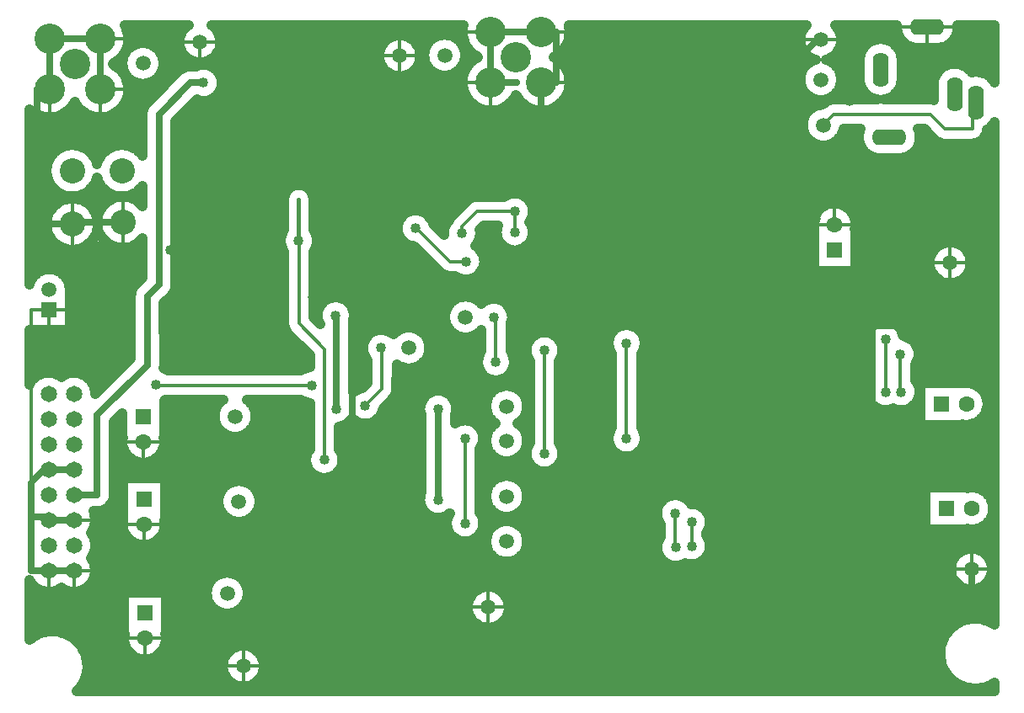
<source format=gbr>
G04 DipTrace 3.3.1.1*
G04 Bottom.gbr*
%MOIN*%
G04 #@! TF.FileFunction,Copper,L2,Bot*
G04 #@! TF.Part,Single*
G04 #@! TA.AperFunction,Conductor*
%ADD14C,0.027559*%
%ADD15C,0.011811*%
%ADD16C,0.023622*%
G04 #@! TA.AperFunction,CopperBalancing*
%ADD18C,0.04*%
%ADD19C,0.012992*%
G04 #@! TA.AperFunction,ComponentPad*
%ADD23C,0.062992*%
%ADD24R,0.062992X0.062992*%
%ADD27O,0.137795X0.062992*%
%ADD28O,0.062992X0.137795*%
%ADD29R,0.059055X0.059055*%
%ADD30C,0.059055*%
%ADD33C,0.059055*%
%ADD34C,0.12*%
%ADD35C,0.1*%
%ADD36C,0.065*%
%FSLAX26Y26*%
G04*
G70*
G90*
G75*
G01*
G04 Bottom*
%LPD*%
X1664738Y1940837D2*
D14*
X1667306Y1938269D1*
Y1570899D1*
X732398Y2835762D2*
Y3035762D1*
X3965420Y1410093D2*
D16*
X3788667D1*
X3785953Y1412807D1*
D14*
X3642457D1*
X3633509Y1403860D1*
X3562496Y2321638D2*
Y2010949D1*
X3871461D1*
Y1937147D1*
X3909962Y1898646D1*
X532398Y2835762D2*
Y3035762D1*
X2477824Y3063031D2*
X2277824D1*
X2477824D2*
X2538501D1*
Y2863031D1*
X2477824D1*
X732398Y3035762D2*
X532398D1*
X3253934Y2010157D2*
X3562496Y2010949D1*
X822667Y2309463D2*
X630064D1*
X622656Y2302055D1*
X3735580Y709951D2*
D16*
X3925058D1*
X3965420Y750314D1*
Y1410093D1*
X528988Y929865D2*
D14*
X459301D1*
Y1143134D1*
X528988D1*
Y1129865D1*
X2277824Y3063031D2*
Y2863031D1*
X3909962Y1898646D2*
X3785953D1*
Y1412807D1*
X4178602Y935894D2*
Y856219D1*
X4028801Y706417D1*
X3735580D1*
Y709951D1*
X622656Y2302055D2*
X484060D1*
Y2835762D1*
X532398D1*
X3582992Y3031811D2*
X3590495Y3024308D1*
X3560888D1*
X3486810Y2950230D1*
Y2520576D1*
X3549777Y2457609D1*
X3562496D1*
Y2321638D1*
X628988Y929865D2*
X528988D1*
X459301Y1143134D2*
Y1277474D1*
X467979Y1286152D1*
X511692Y1329865D1*
X528988D1*
Y1129865D2*
X628988D1*
X528988Y1329865D2*
X628988D1*
X2506475Y1166291D2*
X2441920Y1230846D1*
X2421881Y1250886D1*
Y1653675D1*
X2428903Y1660697D1*
Y1679652D1*
X1693228Y866457D2*
X2293482D1*
X2458613D1*
Y978331D1*
Y1166850D1*
X2506475D1*
Y1166291D1*
X2381084Y2863031D2*
X2277824D1*
X2052823Y2116458D2*
X2049605D1*
Y2017520D1*
X1730374D1*
X1666873D1*
X1587822Y2096571D1*
Y2153350D1*
X2458613Y866457D2*
Y777520D1*
X2642497Y593635D1*
X3190399D1*
X3638409D1*
X3735580Y690806D1*
Y709951D1*
X3190399Y593635D2*
Y1167605D1*
X3185340D1*
X3184310Y1226820D2*
D15*
X3185340Y1225790D1*
Y1167605D1*
X3185493Y1898734D2*
D14*
X3298906D1*
Y1419123D1*
Y1281171D1*
X3185340Y1167605D1*
X2049605Y2017520D2*
X2332738D1*
X2477824Y2162606D1*
Y2377234D1*
Y2518042D1*
Y2863031D1*
X1730374Y2017520D2*
Y1796555D1*
Y1457008D1*
Y1272726D1*
X1693228Y1235580D1*
Y1207735D1*
Y866457D1*
X1694951Y1207735D2*
X1693228D1*
X1732598Y1457008D2*
X1730374D1*
X531642Y1963510D2*
D15*
X459909D1*
Y1286152D1*
X467979D1*
X2489388Y2156837D2*
D14*
X2477824Y2162606D1*
X2477144Y2518042D2*
X2477824D1*
X2471022Y2377234D2*
X2477824D1*
X2467962Y978331D2*
X2458613D1*
X2455718Y1244643D2*
X2441920Y1230846D1*
X2293482Y868133D2*
Y866457D1*
X3970940Y760996D2*
D16*
X3965420Y750314D1*
X3300568Y1419123D2*
D14*
X3298906D1*
X1742852Y1796555D2*
X1730374D1*
X1619415Y1367924D2*
D15*
Y1807520D1*
X1518705Y1908230D1*
Y2399899D1*
X1518507D1*
Y2236016D1*
X2290421Y1934119D2*
X2298219D1*
Y1755449D1*
X2176252Y1453711D2*
Y1117220D1*
X1781307Y1582583D2*
X1780114D1*
X1847871Y1650340D1*
Y1811890D1*
X1843909D1*
X3073458Y1122774D2*
Y1026640D1*
X3007777Y1157126D2*
Y1021470D1*
X3008690D1*
X628988Y1229865D2*
D14*
X721059D1*
Y1545028D1*
X919852Y1743820D1*
Y2016730D1*
X966471Y2063349D1*
Y2737639D1*
X1090352Y2861520D1*
X1141881D1*
X952825Y1666823D2*
D15*
Y1664294D1*
X1570098D1*
X2490257Y1393140D2*
Y1802465D1*
X2372934Y2352315D2*
Y2269361D1*
X2164614Y2267423D2*
Y2292007D1*
X2224923Y2352315D1*
X2372934D1*
X4198513Y2784404D2*
X4182037D1*
Y2677955D1*
X4075123D1*
X4015824Y2737255D1*
X3633827D1*
X3590888Y2694316D1*
X3593093D1*
X2180474Y2154340D2*
X2116522D1*
X1988545Y2282318D1*
Y2285581D1*
X1980474D1*
X3898010Y1787230D2*
Y1636686D1*
X3901602D1*
X2070028Y1570518D2*
D14*
Y1210773D1*
X2069563D1*
X2814972Y1831093D2*
D15*
Y1452992D1*
X3838774Y1637316D2*
Y1847504D1*
D18*
X1667306Y1570899D3*
X3735580Y709951D3*
D3*
X1587822Y2153350D3*
X3735580Y709951D3*
X3185493Y1898734D3*
X2290421Y1934119D3*
X2298219Y1755449D3*
X2176252Y1453711D3*
Y1117220D3*
X1843909Y1811890D3*
D3*
X3073458Y1122774D3*
Y1026640D3*
X1141881Y2861520D3*
X952825Y1666823D3*
X1570098Y1664294D3*
X2490257Y1393140D3*
Y1802465D3*
X2372934Y2352315D3*
Y2269361D3*
Y2352315D3*
X2814972Y1831093D3*
X3838774Y1637316D3*
Y1847504D3*
X1694951Y1207735D3*
X2874331Y1338898D3*
X1732598Y1457008D3*
X4173543Y1417638D3*
X2389014Y2007390D3*
X2489388Y2156837D3*
X2614892Y2291524D3*
X4094803Y1873501D3*
X2758762Y2407844D3*
X2924059Y2560896D3*
X3116906Y2563958D3*
X1693228Y866457D3*
X3303630Y2560896D3*
X3410766Y2453760D3*
X3634224Y2438454D3*
X3765849Y2404783D3*
X3753605Y2282341D3*
X3921963Y2285402D3*
X4127054Y2309890D3*
X3392400Y3038421D3*
X3401584Y2863941D3*
X3698507Y2790476D3*
X2633259Y3065971D3*
X2624075Y2870063D3*
X2529182Y2713950D3*
X2477144Y2518042D3*
X2471022Y2377234D3*
X2268993Y2413966D3*
X2259810Y2622118D3*
X2201650Y2762927D3*
X1990951Y2756354D3*
X1773102Y2876185D3*
X1766980Y2704766D3*
X1675148Y2514980D3*
X1699636Y2306829D3*
X1785346Y2505798D3*
X1978193Y2514980D3*
X2088391Y2444576D3*
X1032327Y2946589D3*
X943555Y2824147D3*
X882335Y2643545D3*
X713976Y2603752D3*
X704793Y2695583D3*
X542558Y2686400D3*
X548680Y2413966D3*
X536436Y2169081D3*
X698671Y2077249D3*
X702262Y1926348D3*
X802747Y1771144D3*
X824984Y1925438D3*
X1431076Y2079707D3*
X1028608Y1326102D3*
X1018084Y1841424D3*
X1052438Y1772232D3*
X783837Y1172458D3*
X857846Y926293D3*
X1044571Y898743D3*
X1301699Y990575D3*
X1434791Y1140315D3*
X1456022Y1598959D3*
X1347615Y1370146D3*
X1270558Y707769D3*
X1405776Y825278D3*
X1583316Y981392D3*
X1831262Y996697D3*
X2076147Y999759D3*
X2467962Y978331D3*
X2455718Y1244643D3*
X2247566Y1232399D3*
X2293482Y868133D3*
X2532244Y733446D3*
X2801617Y736508D3*
X2994463D3*
X3435256Y770178D3*
X3530148Y862010D3*
X3634224Y712018D3*
X3970940Y760996D3*
X4013795Y932415D3*
X4041344Y1051797D3*
X3257714Y1559932D3*
X3361790Y1691556D3*
X3343424Y1853793D3*
X3438316Y1523198D3*
X3401584Y1229337D3*
X3300568Y1419123D3*
X2755701Y2199692D3*
X2749579Y2071127D3*
X2614892Y2052761D3*
X2483266Y1918075D3*
X2373068Y1804816D3*
X2216955Y1559932D3*
X2951609Y1379329D3*
X1433324Y2166021D3*
X1222112Y2199692D3*
X1010899D3*
X873151Y2413966D3*
X1444136Y1351727D3*
X1232807Y1850980D3*
X1276163Y1729886D3*
X1428022Y1803963D3*
X1742852Y1796555D3*
X1531731Y1803963D3*
X1768778Y2066938D3*
X1572474Y2011381D3*
X1235420Y1959526D3*
X1005780Y1948415D3*
X853921Y2115089D3*
X1078865Y2086269D3*
X3172549Y2133608D3*
X3139214Y2255836D3*
X3324407Y2315098D3*
X3428115Y2203982D3*
X1664738Y1940837D3*
X2428903Y1679652D3*
X2506475Y1166291D3*
X3633509Y1403860D3*
X3909962Y1898646D3*
X3965420Y1410093D3*
X3562496Y2321638D3*
X3253934Y2010157D3*
X3008690Y1021470D3*
X3007777Y1157126D3*
X3901602Y1636686D3*
X3898010Y1787230D3*
X2052823Y2116458D3*
X2814972Y1452992D3*
X3185340Y1167605D3*
X1518507Y2236016D3*
X1619415Y1367924D3*
X1781307Y1582583D3*
X2164614Y2267423D3*
X1980474Y2285581D3*
X2180474Y2154340D3*
X2069563Y1210773D3*
X2070028Y1570518D3*
X846998Y3050682D2*
X1046911D1*
X1207527D2*
X2077362D1*
X2113459D2*
X2162910D1*
X2592728D2*
X3500098D1*
X3665881D2*
X3885961D1*
X4122794D2*
X4267661D1*
X942953Y3010814D2*
X1043036D1*
X1211402D2*
X1844868D1*
X1991489D2*
X2020844D1*
X2580456D2*
X3500636D1*
X3665342D2*
X3757423D1*
X3882155D2*
X3919907D1*
X4088848D2*
X4267661D1*
X980595Y2970945D2*
X1061086D1*
X1193317D2*
X1833062D1*
X2180527D2*
X2210779D1*
X2544859D2*
X3525360D1*
X3640618D2*
X3734960D1*
X3904618D2*
X4267661D1*
X794464Y2931076D2*
X817468D1*
X987054D2*
X1120905D1*
X1162851D2*
X1842284D1*
X1994072D2*
X2020665D1*
X2570265D2*
X3521018D1*
X3644960D2*
X3732699D1*
X3906879D2*
X4076685D1*
X4148236D2*
X4267661D1*
X972198Y2891207D2*
X1023587D1*
X1211043D2*
X1890010D1*
X1946310D2*
X2075603D1*
X2115217D2*
X2165852D1*
X2589822D2*
X3499631D1*
X3666347D2*
X3732699D1*
X3906879D2*
X4034019D1*
X846891Y2851339D2*
X983719D1*
X1216749D2*
X2162838D1*
X2592800D2*
X3501174D1*
X3664804D2*
X3736718D1*
X3902860D2*
X4025371D1*
X845312Y2811470D2*
X943852D1*
X1197085D2*
X2174859D1*
X2580815D2*
X3527693D1*
X3638286D2*
X3764528D1*
X3875050D2*
X4025371D1*
X827693Y2771601D2*
X906604D1*
X1096896D2*
X2209846D1*
X2345809D2*
X2409829D1*
X2545828D2*
X3564438D1*
X457404Y2731732D2*
X487979D1*
X576790D2*
X687998D1*
X776809D2*
X897095D1*
X1057029D2*
X3517107D1*
X457404Y2691864D2*
X897095D1*
X1035857D2*
X3507992D1*
X457404Y2651995D2*
X897095D1*
X1035857D2*
X3519870D1*
X3666311D2*
X3730367D1*
X3978970D2*
X4015754D1*
X4237336D2*
X4267661D1*
X457404Y2612126D2*
X595596D1*
X649707D2*
X791918D1*
X846030D2*
X897095D1*
X1035857D2*
X3737508D1*
X3971865D2*
X4267661D1*
X457404Y2572257D2*
X535992D1*
X709311D2*
X732315D1*
X1035857D2*
X3775473D1*
X3933900D2*
X4267661D1*
X457404Y2532388D2*
X518876D1*
X1035857D2*
X4267661D1*
X457404Y2492520D2*
X519163D1*
X1035857D2*
X4267661D1*
X457404Y2452651D2*
X537069D1*
X708270D2*
X733355D1*
X1035857D2*
X1491624D1*
X1545592D2*
X4267661D1*
X457404Y2412782D2*
X603060D1*
X642243D2*
X799346D1*
X838566D2*
X897095D1*
X1035857D2*
X1458467D1*
X1578749D2*
X2330596D1*
X2415281D2*
X4267661D1*
X457404Y2372913D2*
X545860D1*
X699478D2*
X739312D1*
X1035857D2*
X1456996D1*
X1580220D2*
X2160182D1*
X2445495D2*
X3591603D1*
X3682064D2*
X4267661D1*
X457404Y2333045D2*
X521890D1*
X1035857D2*
X1456996D1*
X1580220D2*
X1922880D1*
X2038066D2*
X2120315D1*
X2445890D2*
X3556257D1*
X3717410D2*
X4267661D1*
X457404Y2293176D2*
X517440D1*
X1035857D2*
X1456996D1*
X1580220D2*
X1905261D1*
X2063006D2*
X2093797D1*
X2251111D2*
X2301423D1*
X2444455D2*
X3550085D1*
X3723582D2*
X4267661D1*
X457404Y2253307D2*
X529497D1*
X1035857D2*
X1445011D1*
X1591990D2*
X1912546D1*
X2238802D2*
X2299162D1*
X2446715D2*
X3549726D1*
X3723941D2*
X4267661D1*
X457404Y2213438D2*
X568970D1*
X676369D2*
X785459D1*
X859845D2*
X897095D1*
X1035857D2*
X1446554D1*
X1590447D2*
X1972113D1*
X2224879D2*
X2324209D1*
X2421632D2*
X3549726D1*
X3723941D2*
X4041411D1*
X4148200D2*
X4267661D1*
X457404Y2173570D2*
X897095D1*
X1035857D2*
X1457211D1*
X1580220D2*
X2011981D1*
X2253443D2*
X3549726D1*
X3723941D2*
X4013457D1*
X4176154D2*
X4267661D1*
X457404Y2133701D2*
X897095D1*
X1035857D2*
X1457211D1*
X1580220D2*
X2051848D1*
X2253048D2*
X3549726D1*
X3723941D2*
X4011160D1*
X4178450D2*
X4267661D1*
X598249Y2093832D2*
X897095D1*
X1035857D2*
X1457211D1*
X1580220D2*
X2138185D1*
X2222762D2*
X4031399D1*
X4158212D2*
X4267661D1*
X615904Y2053963D2*
X862108D1*
X1035175D2*
X1457211D1*
X1580220D2*
X4267661D1*
X616765Y2014094D2*
X850481D1*
X1013680D2*
X1457211D1*
X1580220D2*
X2160362D1*
X2195634D2*
X4267661D1*
X616765Y1974226D2*
X850481D1*
X989243D2*
X1457211D1*
X1732082D2*
X2103485D1*
X2353739D2*
X4267661D1*
X616765Y1934357D2*
X850481D1*
X989243D2*
X1457211D1*
X1740048D2*
X2092864D1*
X2366012D2*
X4267661D1*
X616765Y1894488D2*
X850481D1*
X989243D2*
X1458862D1*
X1736675D2*
X2103198D1*
X2359732D2*
X2777677D1*
X2852243D2*
X3780748D1*
X3896795D2*
X4267661D1*
X457404Y1854619D2*
X850481D1*
X989243D2*
X1486995D1*
X1736675D2*
X1782465D1*
X2026870D2*
X2157850D1*
X2198182D2*
X2236723D1*
X2359732D2*
X2437208D1*
X2543316D2*
X2743336D1*
X2886584D2*
X3763524D1*
X3926185D2*
X4267661D1*
X457404Y1814751D2*
X850481D1*
X989243D2*
X1526862D1*
X1736675D2*
X1768363D1*
X2038999D2*
X2236723D1*
X2359732D2*
X2415714D1*
X2564810D2*
X2741255D1*
X2888665D2*
X3771095D1*
X3968097D2*
X4267661D1*
X457404Y1774882D2*
X850481D1*
X989243D2*
X1557902D1*
X1736675D2*
X1778626D1*
X2030100D2*
X2225312D1*
X2371143D2*
X2420199D1*
X2560325D2*
X2753456D1*
X2876464D2*
X3777267D1*
X3972547D2*
X4267661D1*
X457404Y1735013D2*
X814597D1*
X988633D2*
X1554888D1*
X1736675D2*
X1786377D1*
X1983845D2*
X2225599D1*
X2370856D2*
X2428740D1*
X2551748D2*
X2753456D1*
X2876464D2*
X3777267D1*
X3959521D2*
X4267661D1*
X686022Y1695144D2*
X774730D1*
X1736675D2*
X1786377D1*
X1909386D2*
X2255634D1*
X2340821D2*
X2428740D1*
X2551748D2*
X2753456D1*
X2876464D2*
X3777267D1*
X3959521D2*
X4267661D1*
X713150Y1655276D2*
X734862D1*
X1736675D2*
X1767466D1*
X1909386D2*
X2305226D1*
X2376347D2*
X2428740D1*
X2551748D2*
X2753456D1*
X2876464D2*
X3765461D1*
X4215232D2*
X4267661D1*
X1897544Y1615407D2*
X2010258D1*
X2129822D2*
X2263529D1*
X2551748D2*
X2753456D1*
X2876464D2*
X3766610D1*
X4242683D2*
X4267661D1*
X990499Y1575538D2*
X1189623D1*
X1343958D2*
X1557902D1*
X1858394D2*
X1994613D1*
X2145468D2*
X2255814D1*
X2551748D2*
X2753456D1*
X2876464D2*
X3798583D1*
X3942835D2*
X3972370D1*
X4245231D2*
X4267661D1*
X990499Y1535669D2*
X1181800D1*
X1351781D2*
X1557902D1*
X1839411D2*
X2000641D1*
X2139403D2*
X2269199D1*
X2551748D2*
X2753456D1*
X2876464D2*
X3972370D1*
X4226105D2*
X4267661D1*
X790445Y1495801D2*
X816284D1*
X990499D2*
X1195077D1*
X1338504D2*
X1557902D1*
X1680911D2*
X2000641D1*
X2238192D2*
X2274330D1*
X2407207D2*
X2428740D1*
X2551748D2*
X2753456D1*
X2876464D2*
X4267661D1*
X790445Y1455932D2*
X817827D1*
X988956D2*
X1557902D1*
X1680911D2*
X2000641D1*
X2551748D2*
X2739425D1*
X2890495D2*
X4267661D1*
X790445Y1416063D2*
X819836D1*
X986947D2*
X1557902D1*
X1680911D2*
X2000641D1*
X2562083D2*
X2749616D1*
X2880304D2*
X4267661D1*
X790445Y1376194D2*
X846283D1*
X960500D2*
X1544302D1*
X1694547D2*
X2000641D1*
X2237762D2*
X2292236D1*
X2389337D2*
X2416683D1*
X2563806D2*
X4267661D1*
X790445Y1336325D2*
X1551156D1*
X1687657D2*
X2000641D1*
X2237762D2*
X2442699D1*
X2537825D2*
X4267661D1*
X790445Y1296457D2*
X818616D1*
X992796D2*
X1611047D1*
X1627778D2*
X2000641D1*
X2237762D2*
X2300633D1*
X2380940D2*
X4267661D1*
X790445Y1256588D2*
X818616D1*
X992796D2*
X1216177D1*
X1347475D2*
X2000641D1*
X2237762D2*
X2262560D1*
X2419013D2*
X3994403D1*
X4205256D2*
X4267661D1*
X789117Y1216719D2*
X818616D1*
X992796D2*
X1197733D1*
X1365955D2*
X1994218D1*
X2425616D2*
X2964096D1*
X3051472D2*
X3994403D1*
X763316Y1176850D2*
X818616D1*
X992796D2*
X1201321D1*
X1362331D2*
X2002507D1*
X2237762D2*
X2270634D1*
X2410939D2*
X2934958D1*
X3124388D2*
X3994403D1*
X716775Y1136982D2*
X818616D1*
X992796D2*
X1231894D1*
X1331758D2*
X2103449D1*
X2249065D2*
X2935065D1*
X3147641D2*
X3994403D1*
X710459Y1097113D2*
X820446D1*
X991002D2*
X2103521D1*
X2248958D2*
X2274222D1*
X2407350D2*
X2946261D1*
X3144304D2*
X3994403D1*
X4211966D2*
X4267661D1*
X712504Y1057244D2*
X841367D1*
X970081D2*
X2133162D1*
X2219353D2*
X2256531D1*
X2425041D2*
X2942673D1*
X3142187D2*
X4267661D1*
X716165Y1017375D2*
X2260694D1*
X2420879D2*
X2933199D1*
X3148467D2*
X4267661D1*
X702277Y977507D2*
X2292487D1*
X2389085D2*
X2948163D1*
X3129556D2*
X4104962D1*
X716739Y937638D2*
X4093479D1*
X710710Y897769D2*
X1174049D1*
X1297058D2*
X4102988D1*
X457404Y857900D2*
X481484D1*
X676513D2*
X1152303D1*
X1318804D2*
X2229152D1*
X2307198D2*
X4152257D1*
X4204933D2*
X4267661D1*
X457404Y818031D2*
X822994D1*
X997210D2*
X1153595D1*
X1317476D2*
X2190217D1*
X2346168D2*
X4267661D1*
X457404Y778163D2*
X822994D1*
X997210D2*
X1179683D1*
X1291388D2*
X2183328D1*
X2353058D2*
X4267661D1*
X457404Y738294D2*
X822994D1*
X997210D2*
X2197645D1*
X2338704D2*
X4172998D1*
X4215016D2*
X4267661D1*
X457404Y698425D2*
X822994D1*
X997210D2*
X4091828D1*
X634995Y658556D2*
X823066D1*
X997174D2*
X4064269D1*
X668618Y618688D2*
X834764D1*
X985440D2*
X1250052D1*
X1348982D2*
X4052894D1*
X683438Y578819D2*
X896198D1*
X924006D2*
X1219155D1*
X1379914D2*
X4053576D1*
X685735Y538950D2*
X1215388D1*
X1383682D2*
X4066530D1*
X676082Y499081D2*
X1233617D1*
X1365453D2*
X4096744D1*
X651286Y459213D2*
X4267661D1*
X988792Y1112529D2*
X988082Y1103375D1*
X986367Y1094355D1*
X983667Y1085579D1*
X980015Y1077155D1*
X975456Y1069185D1*
X970046Y1061767D1*
X963850Y1054991D1*
X956945Y1048939D1*
X949414Y1043687D1*
X941349Y1039298D1*
X932850Y1035825D1*
X924019Y1033311D1*
X914964Y1031786D1*
X905797Y1031270D1*
X896629Y1031768D1*
X887572Y1033275D1*
X878736Y1035772D1*
X870230Y1039228D1*
X862157Y1043602D1*
X854616Y1048840D1*
X847699Y1054878D1*
X841490Y1061642D1*
X836065Y1069049D1*
X831490Y1077011D1*
X827822Y1085428D1*
X825105Y1094198D1*
X823372Y1103215D1*
X822645Y1112367D1*
X822931Y1121545D1*
X824228Y1130634D1*
X824363Y1131273D1*
X822620Y1131270D1*
Y1297462D1*
X988813D1*
Y1131270D1*
X987108Y1131109D1*
X988459Y1122028D1*
X988792Y1112529D1*
X993182Y659484D2*
X992472Y650330D1*
X990757Y641310D1*
X988057Y632535D1*
X984405Y624110D1*
X979846Y616140D1*
X974436Y608722D1*
X968240Y601946D1*
X961334Y595895D1*
X953803Y590642D1*
X945739Y586253D1*
X937239Y582780D1*
X928408Y580266D1*
X919354Y578742D1*
X910187Y578225D1*
X901019Y578724D1*
X891962Y580231D1*
X883126Y582727D1*
X874620Y586184D1*
X866547Y590558D1*
X859006Y595795D1*
X852088Y601833D1*
X845879Y608597D1*
X840455Y616005D1*
X835880Y623966D1*
X832212Y632383D1*
X829495Y641153D1*
X827762Y650170D1*
X827034Y659323D1*
X827321Y668500D1*
X828618Y677590D1*
X828753Y678229D1*
X827010Y678225D1*
Y844418D1*
X993202D1*
Y678225D1*
X991498Y678065D1*
X992848Y668983D1*
X993182Y659484D1*
X986467Y1438268D2*
X985757Y1429114D1*
X984042Y1420094D1*
X981341Y1411318D1*
X977690Y1402894D1*
X973131Y1394924D1*
X967720Y1387506D1*
X961525Y1380729D1*
X954619Y1374678D1*
X947088Y1369426D1*
X939024Y1365036D1*
X930524Y1361564D1*
X921693Y1359050D1*
X912639Y1357525D1*
X903472Y1357009D1*
X894304Y1357507D1*
X885247Y1359014D1*
X876411Y1361511D1*
X867905Y1364967D1*
X859832Y1369341D1*
X852290Y1374579D1*
X845373Y1380617D1*
X839164Y1387381D1*
X833739Y1394788D1*
X829165Y1402749D1*
X825497Y1411166D1*
X822780Y1419937D1*
X821047Y1428954D1*
X820319Y1438106D1*
X820606Y1447284D1*
X821903Y1456373D1*
X822038Y1457012D1*
X820295Y1457009D1*
Y1551779D1*
X786460Y1517968D1*
X786439Y1229865D1*
X785634Y1219637D1*
X783239Y1209661D1*
X779313Y1200183D1*
X773952Y1191436D1*
X767289Y1183634D1*
X759488Y1176972D1*
X750741Y1171611D1*
X741262Y1167685D1*
X731287Y1165290D1*
X721039Y1164486D1*
X705665Y1164485D1*
X708841Y1156253D1*
X711242Y1147390D1*
X712662Y1138319D1*
X713088Y1129865D1*
X712587Y1120697D1*
X711089Y1111638D1*
X708613Y1102796D1*
X705188Y1094277D1*
X700854Y1086183D1*
X696608Y1079865D1*
X700695Y1073807D1*
X703922Y1068045D1*
X706686Y1062049D1*
X708972Y1055853D1*
X710764Y1049498D1*
X712053Y1043021D1*
X712829Y1036463D1*
X713088Y1029865D1*
X712829Y1023266D1*
X712053Y1016709D1*
X710764Y1010232D1*
X708972Y1003877D1*
X706686Y997681D1*
X703922Y991684D1*
X700695Y985923D1*
X696595Y979885D1*
X701224Y972932D1*
X705489Y964800D1*
X708841Y956253D1*
X711242Y947390D1*
X712662Y938319D1*
X713088Y929865D1*
X712587Y920697D1*
X711089Y911638D1*
X708613Y902796D1*
X705188Y894277D1*
X700854Y886183D1*
X695664Y878609D1*
X689679Y871646D1*
X682970Y865376D1*
X675618Y859876D1*
X667711Y855210D1*
X659341Y851433D1*
X650610Y848592D1*
X641622Y846719D1*
X632482Y845837D1*
X623301Y845957D1*
X614188Y847077D1*
X605251Y849184D1*
X596597Y852253D1*
X588330Y856246D1*
X580546Y861117D1*
X578993Y862240D1*
X570935Y856972D1*
X562738Y852834D1*
X554140Y849614D1*
X545241Y847350D1*
X536149Y846070D1*
X526972Y845789D1*
X517818Y846510D1*
X508798Y848224D1*
X500018Y850912D1*
X491584Y854541D1*
X483595Y859067D1*
X476148Y864438D1*
X469330Y870588D1*
X463224Y877445D1*
X457901Y884926D1*
X453386Y893028D1*
Y655463D1*
X459383Y660410D1*
X466829Y665788D1*
X474614Y670660D1*
X482706Y675005D1*
X491069Y678803D1*
X499666Y682037D1*
X508458Y684693D1*
X517407Y686759D1*
X526474Y688226D1*
X535618Y689089D1*
X544799Y689342D1*
X553977Y688984D1*
X563111Y688019D1*
X572160Y686449D1*
X581085Y684281D1*
X589847Y681526D1*
X598406Y678194D1*
X606725Y674302D1*
X614768Y669866D1*
X622498Y664906D1*
X629881Y659443D1*
X636886Y653503D1*
X643481Y647110D1*
X649636Y640293D1*
X655326Y633083D1*
X660524Y625511D1*
X665208Y617610D1*
X669356Y609416D1*
X672952Y600964D1*
X675978Y592292D1*
X678422Y583439D1*
X680273Y574442D1*
X681522Y565343D1*
X682257Y551102D1*
X681952Y541923D1*
X681038Y532784D1*
X679519Y523725D1*
X677402Y514788D1*
X674697Y506011D1*
X671414Y497433D1*
X667569Y489092D1*
X663179Y481025D1*
X658262Y473266D1*
X652842Y465852D1*
X646941Y458814D1*
X641752Y453400D1*
X4271666Y453386D1*
X4271653Y486746D1*
X4261209Y480289D1*
X4253038Y476094D1*
X4244607Y472451D1*
X4235953Y469375D1*
X4227113Y466881D1*
X4218128Y464980D1*
X4209035Y463679D1*
X4199877Y462985D1*
X4190693Y462901D1*
X4181523Y463427D1*
X4172409Y464560D1*
X4163390Y466296D1*
X4154506Y468627D1*
X4145796Y471543D1*
X4137300Y475031D1*
X4129053Y479075D1*
X4121094Y483658D1*
X4113456Y488760D1*
X4106174Y494357D1*
X4099280Y500426D1*
X4092804Y506938D1*
X4086774Y513867D1*
X4081218Y521181D1*
X4076160Y528847D1*
X4071623Y536833D1*
X4067625Y545102D1*
X4064185Y553618D1*
X4061319Y562344D1*
X4059038Y571241D1*
X4057353Y580269D1*
X4056271Y589390D1*
X4055798Y598563D1*
X4055934Y607746D1*
X4056680Y616901D1*
X4058032Y625985D1*
X4059985Y634960D1*
X4062529Y643785D1*
X4065653Y652422D1*
X4069344Y660832D1*
X4073586Y668979D1*
X4078359Y676826D1*
X4083642Y684339D1*
X4089413Y691484D1*
X4095645Y698231D1*
X4102312Y704549D1*
X4109383Y710410D1*
X4116829Y715788D1*
X4124614Y720660D1*
X4132706Y725005D1*
X4141069Y728803D1*
X4149666Y732037D1*
X4158458Y734693D1*
X4167407Y736759D1*
X4176474Y738226D1*
X4185618Y739089D1*
X4194799Y739342D1*
X4203977Y738984D1*
X4213111Y738019D1*
X4222160Y736449D1*
X4231085Y734281D1*
X4239847Y731526D1*
X4248406Y728194D1*
X4256725Y724302D1*
X4264768Y719866D1*
X4271683Y715429D1*
X4271653Y2707546D1*
X4265739Y2698160D1*
X4261700Y2693036D1*
X4257271Y2688245D1*
X4252480Y2683816D1*
X4247356Y2679776D1*
X4239462Y2674769D1*
X4238834Y2668960D1*
X4236728Y2660185D1*
X4233275Y2651848D1*
X4228560Y2644154D1*
X4222699Y2637293D1*
X4215838Y2631432D1*
X4208144Y2626718D1*
X4199807Y2623264D1*
X4191033Y2621158D1*
X4182037Y2620450D1*
X4070612Y2620627D1*
X4061699Y2622039D1*
X4053117Y2624827D1*
X4045077Y2628924D1*
X4037776Y2634228D1*
X4021469Y2650284D1*
X3992010Y2679743D1*
X3968134Y2679749D1*
X3971112Y2671925D1*
X3972883Y2665645D1*
X3974156Y2659246D1*
X3974923Y2652766D1*
X3975179Y2646247D1*
X3974923Y2639727D1*
X3974156Y2633248D1*
X3972883Y2626848D1*
X3971112Y2620569D1*
X3968853Y2614447D1*
X3966122Y2608522D1*
X3962934Y2602829D1*
X3959309Y2597404D1*
X3955269Y2592280D1*
X3950840Y2587489D1*
X3946049Y2583060D1*
X3940925Y2579021D1*
X3935500Y2575396D1*
X3929808Y2572208D1*
X3923882Y2569476D1*
X3917761Y2567218D1*
X3911481Y2565447D1*
X3905082Y2564174D1*
X3898602Y2563407D1*
X3882897Y2563150D1*
X3817280Y2563151D1*
X3810760Y2563407D1*
X3804280Y2564174D1*
X3797881Y2565447D1*
X3791601Y2567218D1*
X3785480Y2569476D1*
X3779555Y2572208D1*
X3773862Y2575396D1*
X3768437Y2579021D1*
X3763313Y2583060D1*
X3758522Y2587489D1*
X3754093Y2592280D1*
X3750053Y2597404D1*
X3746428Y2602829D1*
X3743240Y2608522D1*
X3740509Y2614447D1*
X3738250Y2620569D1*
X3736479Y2626848D1*
X3735207Y2633248D1*
X3734440Y2639727D1*
X3734183Y2646247D1*
X3734440Y2652766D1*
X3735207Y2659246D1*
X3736479Y2665645D1*
X3738250Y2671925D1*
X3741288Y2679736D1*
X3672879Y2679749D1*
X3670250Y2669246D1*
X3668045Y2663270D1*
X3665378Y2657485D1*
X3662266Y2651927D1*
X3658727Y2646631D1*
X3654783Y2641628D1*
X3650459Y2636950D1*
X3645781Y2632626D1*
X3640779Y2628683D1*
X3635482Y2625144D1*
X3629924Y2622031D1*
X3624139Y2619364D1*
X3618163Y2617159D1*
X3612032Y2615430D1*
X3605784Y2614188D1*
X3599458Y2613439D1*
X3593093Y2613189D1*
X3586728Y2613439D1*
X3580402Y2614188D1*
X3574154Y2615430D1*
X3568023Y2617159D1*
X3562047Y2619364D1*
X3556262Y2622031D1*
X3550704Y2625144D1*
X3545408Y2628683D1*
X3540405Y2632626D1*
X3535727Y2636950D1*
X3531403Y2641628D1*
X3527460Y2646631D1*
X3523921Y2651927D1*
X3520808Y2657485D1*
X3518141Y2663270D1*
X3515936Y2669246D1*
X3514207Y2675377D1*
X3512964Y2681625D1*
X3512216Y2687951D1*
X3511966Y2694316D1*
X3512216Y2700681D1*
X3512964Y2707007D1*
X3514207Y2713255D1*
X3515936Y2719386D1*
X3518141Y2725362D1*
X3520808Y2731147D1*
X3523921Y2736705D1*
X3527460Y2742002D1*
X3531403Y2747004D1*
X3535727Y2751682D1*
X3540405Y2756006D1*
X3545408Y2759950D1*
X3550704Y2763489D1*
X3556262Y2766601D1*
X3562047Y2769268D1*
X3568023Y2771473D1*
X3574154Y2773202D1*
X3580402Y2774445D1*
X3590582Y2775345D1*
X3596480Y2780982D1*
X3603780Y2786286D1*
X3611820Y2790383D1*
X3620402Y2793171D1*
X3629315Y2794583D1*
X3652199Y2794760D1*
X3806792Y2794787D1*
X3800393Y2796059D1*
X3794113Y2797831D1*
X3787992Y2800089D1*
X3782067Y2802820D1*
X3776374Y2806009D1*
X3770949Y2809633D1*
X3765825Y2813673D1*
X3761034Y2818102D1*
X3756605Y2822893D1*
X3752565Y2828017D1*
X3748940Y2833442D1*
X3745752Y2839135D1*
X3743021Y2845060D1*
X3740762Y2851181D1*
X3738991Y2857461D1*
X3737718Y2863860D1*
X3736951Y2870340D1*
X3736695Y2886046D1*
Y2951663D1*
X3736951Y2958182D1*
X3737718Y2964662D1*
X3738991Y2971061D1*
X3740762Y2977341D1*
X3743021Y2983462D1*
X3745752Y2989388D1*
X3748940Y2995080D1*
X3752565Y3000505D1*
X3756605Y3005629D1*
X3761034Y3010421D1*
X3765825Y3014849D1*
X3770949Y3018889D1*
X3776374Y3022514D1*
X3782067Y3025702D1*
X3787992Y3028433D1*
X3794113Y3030692D1*
X3800393Y3032463D1*
X3806792Y3033736D1*
X3813272Y3034503D1*
X3819791Y3034759D1*
X3826311Y3034503D1*
X3832790Y3033736D1*
X3839190Y3032463D1*
X3845469Y3030692D1*
X3851591Y3028433D1*
X3857516Y3025702D1*
X3863209Y3022514D1*
X3868634Y3018889D1*
X3873758Y3014849D1*
X3878549Y3010421D1*
X3882978Y3005629D1*
X3887017Y3000505D1*
X3890642Y2995080D1*
X3893830Y2989388D1*
X3896562Y2983462D1*
X3898820Y2977341D1*
X3900591Y2971061D1*
X3901864Y2964662D1*
X3902631Y2958182D1*
X3902888Y2942476D1*
X3902852Y2876859D1*
X3902631Y2870340D1*
X3901864Y2863860D1*
X3900591Y2857461D1*
X3898820Y2851181D1*
X3896562Y2845060D1*
X3893830Y2839135D1*
X3890642Y2833442D1*
X3887017Y2828017D1*
X3882978Y2822893D1*
X3878549Y2818102D1*
X3873758Y2813673D1*
X3868634Y2809633D1*
X3863209Y2806009D1*
X3857516Y2802820D1*
X3851591Y2800089D1*
X3845469Y2797831D1*
X3839190Y2796059D1*
X3832563Y2794760D1*
X4020336Y2794583D1*
X4029266Y2793167D1*
X4029363Y2854289D1*
X4029619Y2860808D1*
X4030386Y2867288D1*
X4031659Y2873687D1*
X4033430Y2879967D1*
X4035689Y2886088D1*
X4038420Y2892014D1*
X4041608Y2897706D1*
X4045233Y2903131D1*
X4049273Y2908255D1*
X4053702Y2913047D1*
X4058493Y2917475D1*
X4063617Y2921515D1*
X4069042Y2925140D1*
X4074734Y2928328D1*
X4080660Y2931059D1*
X4086781Y2933318D1*
X4093061Y2935089D1*
X4099460Y2936362D1*
X4105940Y2937129D1*
X4112459Y2937385D1*
X4118979Y2937129D1*
X4125458Y2936362D1*
X4131858Y2935089D1*
X4138137Y2933318D1*
X4144259Y2931059D1*
X4150184Y2928328D1*
X4155877Y2925140D1*
X4161302Y2921515D1*
X4166426Y2917475D1*
X4171217Y2913047D1*
X4175646Y2908255D1*
X4179898Y2902813D1*
X4191993Y2904646D1*
X4198513Y2904902D1*
X4205033Y2904646D1*
X4211512Y2903879D1*
X4217912Y2902606D1*
X4224191Y2900835D1*
X4230313Y2898577D1*
X4236238Y2895845D1*
X4241931Y2892657D1*
X4247356Y2889032D1*
X4252480Y2884993D1*
X4257271Y2880564D1*
X4261700Y2875772D1*
X4265739Y2870648D1*
X4271643Y2861154D1*
X4271653Y3090574D1*
X4124397Y3090551D1*
X4124866Y3081881D1*
X4124359Y3072713D1*
X4122844Y3063657D1*
X4120338Y3054824D1*
X4116873Y3046321D1*
X4112492Y3038252D1*
X4107247Y3030716D1*
X4101202Y3023805D1*
X4094432Y3017602D1*
X4087019Y3012185D1*
X4079054Y3007618D1*
X4070633Y3003958D1*
X4061860Y3001250D1*
X4052842Y2999525D1*
X4043688Y2998807D1*
X3963375Y2998862D1*
X3954237Y2999765D1*
X3945256Y3001671D1*
X3936539Y3004556D1*
X3928194Y3008385D1*
X3920322Y3013111D1*
X3913020Y3018677D1*
X3906376Y3025015D1*
X3900472Y3032047D1*
X3895380Y3039687D1*
X3891162Y3047843D1*
X3887870Y3056414D1*
X3885543Y3065296D1*
X3884210Y3074380D1*
X3883888Y3083556D1*
X3884328Y3090552D1*
X3638956Y3090551D1*
X3644405Y3084822D1*
X3650001Y3077543D1*
X3654740Y3069679D1*
X3658559Y3061329D1*
X3661410Y3052602D1*
X3663257Y3043608D1*
X3664076Y3034463D1*
X3663933Y3026303D1*
X3662792Y3017193D1*
X3660629Y3008270D1*
X3657472Y2999648D1*
X3653361Y2991439D1*
X3648349Y2983746D1*
X3642499Y2976669D1*
X3635887Y2970299D1*
X3628598Y2964716D1*
X3620725Y2959992D1*
X3612369Y2956189D1*
X3603636Y2953354D1*
X3602515Y2953073D1*
X3614038Y2949283D1*
X3619823Y2946616D1*
X3625381Y2943503D1*
X3630678Y2939964D1*
X3635680Y2936021D1*
X3640358Y2931697D1*
X3644682Y2927019D1*
X3648626Y2922016D1*
X3652165Y2916720D1*
X3655277Y2911162D1*
X3657944Y2905377D1*
X3660149Y2899401D1*
X3661878Y2893270D1*
X3663121Y2887022D1*
X3663870Y2880696D1*
X3664120Y2874331D1*
X3663870Y2867966D1*
X3663121Y2861640D1*
X3661878Y2855392D1*
X3660149Y2849261D1*
X3657944Y2843285D1*
X3655277Y2837500D1*
X3652165Y2831942D1*
X3648626Y2826645D1*
X3644682Y2821643D1*
X3640358Y2816965D1*
X3635680Y2812641D1*
X3630678Y2808697D1*
X3625381Y2805158D1*
X3619823Y2802046D1*
X3614038Y2799379D1*
X3608062Y2797174D1*
X3601931Y2795445D1*
X3595683Y2794202D1*
X3589357Y2793453D1*
X3582992Y2793203D1*
X3576627Y2793453D1*
X3570301Y2794202D1*
X3564053Y2795445D1*
X3557922Y2797174D1*
X3551946Y2799379D1*
X3546161Y2802046D1*
X3540603Y2805158D1*
X3535307Y2808697D1*
X3530304Y2812641D1*
X3525626Y2816965D1*
X3521302Y2821643D1*
X3517359Y2826645D1*
X3513820Y2831942D1*
X3510707Y2837500D1*
X3508040Y2843285D1*
X3505835Y2849261D1*
X3504106Y2855392D1*
X3502863Y2861640D1*
X3502115Y2867966D1*
X3501865Y2874331D1*
X3502115Y2880696D1*
X3502863Y2887022D1*
X3504106Y2893270D1*
X3505835Y2899401D1*
X3508040Y2905377D1*
X3510707Y2911162D1*
X3513820Y2916720D1*
X3517359Y2922016D1*
X3521302Y2927019D1*
X3525626Y2931697D1*
X3530304Y2936021D1*
X3535307Y2939964D1*
X3540603Y2943503D1*
X3546161Y2946616D1*
X3551946Y2949283D1*
X3557922Y2951488D1*
X3563502Y2953061D1*
X3554856Y2955719D1*
X3546438Y2959385D1*
X3538489Y2963979D1*
X3531110Y2969442D1*
X3524395Y2975704D1*
X3518430Y2982684D1*
X3513293Y2990294D1*
X3509048Y2998435D1*
X3505750Y3007004D1*
X3503442Y3015890D1*
X3502153Y3024981D1*
X3501899Y3034159D1*
X3502683Y3043307D1*
X3504496Y3052307D1*
X3507315Y3061045D1*
X3511103Y3069409D1*
X3515811Y3077291D1*
X3521381Y3084591D1*
X3527037Y3090546D1*
X2585971Y3090551D1*
X2588017Y3080696D1*
X2589222Y3069743D1*
X2589364Y3059358D1*
X2588458Y3048376D1*
X2586473Y3037537D1*
X2583429Y3026946D1*
X2579356Y3016708D1*
X2574293Y3006921D1*
X2568289Y2997681D1*
X2561403Y2989078D1*
X2553703Y2981196D1*
X2545262Y2974112D1*
X2536165Y2967895D1*
X2527367Y2963035D1*
X2536704Y2957835D1*
X2545766Y2951566D1*
X2554166Y2944435D1*
X2561822Y2936509D1*
X2568659Y2927867D1*
X2574610Y2918593D1*
X2579617Y2908778D1*
X2583632Y2898516D1*
X2586616Y2887909D1*
X2588539Y2877059D1*
X2589383Y2866072D1*
X2589182Y2855688D1*
X2587915Y2844742D1*
X2585575Y2833974D1*
X2582184Y2823489D1*
X2577776Y2813391D1*
X2572393Y2803776D1*
X2566088Y2794738D1*
X2558923Y2786367D1*
X2550967Y2778743D1*
X2542299Y2771940D1*
X2533001Y2766026D1*
X2523166Y2761057D1*
X2512888Y2757083D1*
X2502269Y2754142D1*
X2491411Y2752262D1*
X2480421Y2751462D1*
X2469406Y2751749D1*
X2458473Y2753122D1*
X2447728Y2755566D1*
X2437277Y2759058D1*
X2427221Y2763564D1*
X2417658Y2769039D1*
X2408682Y2775430D1*
X2400380Y2782676D1*
X2392833Y2790705D1*
X2386115Y2799439D1*
X2380291Y2808793D1*
X2377776Y2813391D1*
X2372393Y2803776D1*
X2366088Y2794738D1*
X2358923Y2786367D1*
X2350967Y2778743D1*
X2342299Y2771940D1*
X2333001Y2766026D1*
X2323166Y2761057D1*
X2312888Y2757083D1*
X2302269Y2754142D1*
X2291411Y2752262D1*
X2280421Y2751462D1*
X2269406Y2751749D1*
X2258473Y2753122D1*
X2247728Y2755566D1*
X2237277Y2759058D1*
X2227221Y2763564D1*
X2217658Y2769039D1*
X2208682Y2775430D1*
X2200380Y2782676D1*
X2192833Y2790705D1*
X2186115Y2799439D1*
X2180291Y2808793D1*
X2175417Y2818676D1*
X2171542Y2828991D1*
X2168703Y2839639D1*
X2166928Y2850514D1*
X2166235Y2861511D1*
X2166629Y2872523D1*
X2168107Y2883443D1*
X2170654Y2894163D1*
X2174247Y2904580D1*
X2178849Y2914592D1*
X2184417Y2924102D1*
X2190894Y2933016D1*
X2198220Y2941247D1*
X2206321Y2948716D1*
X2215120Y2955350D1*
X2224530Y2961084D1*
X2228283Y2963029D1*
X2219214Y2968061D1*
X2210134Y2974304D1*
X2201714Y2981412D1*
X2194035Y2989316D1*
X2187174Y2997938D1*
X2181197Y3007195D1*
X2176161Y3016996D1*
X2172117Y3027246D1*
X2169103Y3037845D1*
X2167149Y3048690D1*
X2166275Y3059674D1*
X2166487Y3070691D1*
X2167785Y3081634D1*
X2169606Y3090551D1*
X1172349D1*
X1179482Y3085172D1*
X1186157Y3078868D1*
X1192077Y3071851D1*
X1197167Y3064209D1*
X1201360Y3056041D1*
X1204604Y3047452D1*
X1206856Y3038551D1*
X1208088Y3029452D1*
X1208314Y3021294D1*
X1207587Y3012142D1*
X1205831Y3003130D1*
X1203067Y2994374D1*
X1199332Y2985987D1*
X1194673Y2978075D1*
X1189150Y2970741D1*
X1182834Y2964077D1*
X1175805Y2958170D1*
X1168153Y2953095D1*
X1159978Y2948917D1*
X1151382Y2945689D1*
X1142477Y2943454D1*
X1133376Y2942239D1*
X1124197Y2942060D1*
X1115056Y2942919D1*
X1106070Y2944806D1*
X1097355Y2947696D1*
X1089023Y2951552D1*
X1081180Y2956325D1*
X1073926Y2961953D1*
X1067354Y2968365D1*
X1061550Y2975479D1*
X1056586Y2983203D1*
X1052526Y2991438D1*
X1049424Y3000080D1*
X1047317Y3009016D1*
X1046234Y3018133D1*
X1046188Y3027315D1*
X1047179Y3036442D1*
X1049196Y3045400D1*
X1052212Y3054072D1*
X1056188Y3062348D1*
X1061074Y3070121D1*
X1066807Y3077293D1*
X1073313Y3083771D1*
X1080510Y3089472D1*
X1082079Y3090548D1*
X829655Y3090551D1*
X834191Y3081509D1*
X838206Y3071247D1*
X841190Y3060640D1*
X843113Y3049790D1*
X843956Y3038803D1*
X843756Y3028419D1*
X842489Y3017473D1*
X840148Y3006705D1*
X836758Y2996220D1*
X832349Y2986121D1*
X826967Y2976506D1*
X820662Y2967469D1*
X813497Y2959098D1*
X805541Y2951474D1*
X796872Y2944671D1*
X787575Y2938757D1*
X781940Y2935766D1*
X791277Y2930566D1*
X800340Y2924297D1*
X808740Y2917166D1*
X816395Y2909240D1*
X823232Y2900598D1*
X829183Y2891324D1*
X834191Y2881509D1*
X838206Y2871247D1*
X841190Y2860640D1*
X843113Y2849790D1*
X843956Y2838803D1*
X843756Y2828419D1*
X842489Y2817473D1*
X840148Y2806705D1*
X836758Y2796220D1*
X832349Y2786121D1*
X826967Y2776506D1*
X820662Y2767469D1*
X813497Y2759098D1*
X805541Y2751474D1*
X796872Y2744671D1*
X787575Y2738757D1*
X777739Y2733788D1*
X767462Y2729814D1*
X756843Y2726873D1*
X745985Y2724993D1*
X734995Y2724193D1*
X723979Y2724480D1*
X713046Y2725853D1*
X702302Y2728297D1*
X691850Y2731789D1*
X681794Y2736295D1*
X672232Y2741770D1*
X663256Y2748161D1*
X654954Y2755407D1*
X647407Y2763436D1*
X640688Y2772170D1*
X634864Y2781524D1*
X632349Y2786121D1*
X626967Y2776506D1*
X620662Y2767469D1*
X613497Y2759098D1*
X605541Y2751474D1*
X596872Y2744671D1*
X587575Y2738757D1*
X577739Y2733788D1*
X567462Y2729814D1*
X556843Y2726873D1*
X545985Y2724993D1*
X534995Y2724193D1*
X523979Y2724480D1*
X513046Y2725853D1*
X502302Y2728297D1*
X491850Y2731789D1*
X481794Y2736295D1*
X472232Y2741770D1*
X463256Y2748161D1*
X454954Y2755407D1*
X453384Y2756953D1*
X453386Y2063630D1*
X456690Y2073297D1*
X459357Y2079082D1*
X462469Y2084640D1*
X466008Y2089936D1*
X469952Y2094939D1*
X474276Y2099617D1*
X478954Y2103941D1*
X483956Y2107884D1*
X489253Y2111423D1*
X494811Y2114536D1*
X500596Y2117203D1*
X506572Y2119408D1*
X512703Y2121137D1*
X518951Y2122379D1*
X525277Y2123128D1*
X531642Y2123378D1*
X538007Y2123128D1*
X544333Y2122379D1*
X550581Y2121137D1*
X556712Y2119408D1*
X562688Y2117203D1*
X568473Y2114536D1*
X574031Y2111423D1*
X579327Y2107884D1*
X584330Y2103941D1*
X589008Y2099617D1*
X593332Y2094939D1*
X597275Y2089936D1*
X600814Y2084640D1*
X603927Y2079082D1*
X606594Y2073297D1*
X608799Y2067320D1*
X610528Y2061190D1*
X611770Y2054942D1*
X612675Y2044662D1*
X612770Y2035451D1*
Y1882383D1*
X453379D1*
X453386Y1666679D1*
X457281Y1673807D1*
X460950Y1679298D1*
X465038Y1684483D1*
X469521Y1689333D1*
X474370Y1693815D1*
X479555Y1697903D1*
X485046Y1701572D1*
X490808Y1704798D1*
X496805Y1707563D1*
X503000Y1709849D1*
X509355Y1711641D1*
X515832Y1712929D1*
X522390Y1713706D1*
X528988Y1713965D1*
X535587Y1713706D1*
X542144Y1712929D1*
X548621Y1711641D1*
X554977Y1709849D1*
X561172Y1707563D1*
X567169Y1704798D1*
X572930Y1701572D1*
X578968Y1697472D1*
X585046Y1701572D1*
X590808Y1704798D1*
X596805Y1707563D1*
X603000Y1709849D1*
X609355Y1711641D1*
X615832Y1712929D1*
X622390Y1713706D1*
X628988Y1713965D1*
X635587Y1713706D1*
X642144Y1712929D1*
X648621Y1711641D1*
X654977Y1709849D1*
X661172Y1707563D1*
X667169Y1704798D1*
X672930Y1701572D1*
X678421Y1697903D1*
X683607Y1693815D1*
X688456Y1689333D1*
X692938Y1684483D1*
X697027Y1679298D1*
X700695Y1673807D1*
X703922Y1668045D1*
X706686Y1662049D1*
X708972Y1655853D1*
X710764Y1649498D1*
X712053Y1643021D1*
X712829Y1636463D1*
X713073Y1629478D1*
X854451Y1770880D1*
X854472Y2016730D1*
X855277Y2026957D1*
X857672Y2036933D1*
X861598Y2046411D1*
X866958Y2055159D1*
X873636Y2062974D1*
X901101Y2090440D1*
X901092Y2244887D1*
X895068Y2238185D1*
X888336Y2231939D1*
X881068Y2226326D1*
X873322Y2221392D1*
X865163Y2217178D1*
X856657Y2213718D1*
X847873Y2211040D1*
X838883Y2209166D1*
X829760Y2208111D1*
X820580Y2207885D1*
X811417Y2208488D1*
X802345Y2209916D1*
X793440Y2212158D1*
X784773Y2215194D1*
X776416Y2219001D1*
X768437Y2223547D1*
X760900Y2228794D1*
X753869Y2234701D1*
X747399Y2241218D1*
X741545Y2248293D1*
X736353Y2255868D1*
X731866Y2263880D1*
X728121Y2272265D1*
X725148Y2280954D1*
X723310Y2288238D1*
X721462Y2278390D1*
X718921Y2269565D1*
X715594Y2261006D1*
X711508Y2252782D1*
X706696Y2244960D1*
X701198Y2237605D1*
X695057Y2230777D1*
X688326Y2224530D1*
X681057Y2218918D1*
X673312Y2213984D1*
X665153Y2209770D1*
X656646Y2206309D1*
X647862Y2203631D1*
X638872Y2201758D1*
X629750Y2200703D1*
X620569Y2200477D1*
X611406Y2201080D1*
X602335Y2202508D1*
X593429Y2204750D1*
X584762Y2207786D1*
X576405Y2211593D1*
X568426Y2216139D1*
X560890Y2221386D1*
X553858Y2227293D1*
X547389Y2233810D1*
X541534Y2240885D1*
X536342Y2248460D1*
X531855Y2256472D1*
X528111Y2264857D1*
X525138Y2273546D1*
X522962Y2282468D1*
X521601Y2291550D1*
X521065Y2300717D1*
X521359Y2309896D1*
X522481Y2319010D1*
X524421Y2327986D1*
X527164Y2336750D1*
X530686Y2345231D1*
X534961Y2353359D1*
X539951Y2361067D1*
X545618Y2368294D1*
X551913Y2374980D1*
X558787Y2381069D1*
X566182Y2386514D1*
X574039Y2391268D1*
X582293Y2395293D1*
X590877Y2398557D1*
X599720Y2401032D1*
X608751Y2402699D1*
X617895Y2403543D1*
X627078Y2403559D1*
X636225Y2402745D1*
X645261Y2401108D1*
X654113Y2398663D1*
X662708Y2395428D1*
X670975Y2391430D1*
X678848Y2386702D1*
X686261Y2381282D1*
X693155Y2375216D1*
X699473Y2368551D1*
X705163Y2361344D1*
X710180Y2353652D1*
X714481Y2345538D1*
X718032Y2337069D1*
X720804Y2328314D1*
X722011Y2323283D1*
X723979Y2333614D1*
X726562Y2342426D1*
X729931Y2350969D1*
X734058Y2359173D1*
X738908Y2366970D1*
X744443Y2374298D1*
X750617Y2381097D1*
X757379Y2387310D1*
X764675Y2392887D1*
X772444Y2397782D1*
X780624Y2401956D1*
X789147Y2405375D1*
X797944Y2408010D1*
X806944Y2409839D1*
X816071Y2410849D1*
X825252Y2411030D1*
X834413Y2410382D1*
X843477Y2408909D1*
X852371Y2406624D1*
X861023Y2403545D1*
X869361Y2399697D1*
X877318Y2395112D1*
X884829Y2389828D1*
X891831Y2383887D1*
X898269Y2377338D1*
X901087Y2374054D1*
X901092Y2453374D1*
X896221Y2447193D1*
X890805Y2441335D1*
X884947Y2435920D1*
X878682Y2430981D1*
X872049Y2426549D1*
X865089Y2422651D1*
X857844Y2419311D1*
X850359Y2416550D1*
X842681Y2414384D1*
X834857Y2412828D1*
X826935Y2411890D1*
X818963Y2411577D1*
X810992Y2411890D1*
X803070Y2412828D1*
X795245Y2414384D1*
X787567Y2416550D1*
X780083Y2419311D1*
X772838Y2422651D1*
X765877Y2426549D1*
X759244Y2430981D1*
X752979Y2435920D1*
X747121Y2441335D1*
X741706Y2447193D1*
X736767Y2453458D1*
X732335Y2460091D1*
X728437Y2467052D1*
X725097Y2474297D1*
X722336Y2481781D1*
X720839Y2487090D1*
X716522Y2474297D1*
X713182Y2467052D1*
X709284Y2460091D1*
X704852Y2453458D1*
X699913Y2447193D1*
X694498Y2441335D1*
X688640Y2435920D1*
X682375Y2430981D1*
X675742Y2426549D1*
X668782Y2422651D1*
X661537Y2419311D1*
X654052Y2416550D1*
X646374Y2414384D1*
X638550Y2412828D1*
X630628Y2411890D1*
X622656Y2411577D1*
X614685Y2411890D1*
X606762Y2412828D1*
X598938Y2414384D1*
X591260Y2416550D1*
X583776Y2419311D1*
X576531Y2422651D1*
X569570Y2426549D1*
X562937Y2430981D1*
X556672Y2435920D1*
X550814Y2441335D1*
X545399Y2447193D1*
X540460Y2453458D1*
X536028Y2460091D1*
X532130Y2467052D1*
X528790Y2474297D1*
X526029Y2481781D1*
X523863Y2489459D1*
X522307Y2497283D1*
X521369Y2505206D1*
X521056Y2513177D1*
X521369Y2521149D1*
X522307Y2529071D1*
X523863Y2536895D1*
X526029Y2544573D1*
X528790Y2552058D1*
X532130Y2559303D1*
X536028Y2566263D1*
X540460Y2572896D1*
X545399Y2579161D1*
X550814Y2585019D1*
X556672Y2590434D1*
X562937Y2595373D1*
X569570Y2599805D1*
X576531Y2603703D1*
X583776Y2607043D1*
X591260Y2609805D1*
X598938Y2611970D1*
X606762Y2613526D1*
X614685Y2614464D1*
X622656Y2614777D1*
X630628Y2614464D1*
X638550Y2613526D1*
X646374Y2611970D1*
X654052Y2609805D1*
X661537Y2607043D1*
X668782Y2603703D1*
X675742Y2599805D1*
X682375Y2595373D1*
X688640Y2590434D1*
X694498Y2585019D1*
X699913Y2579161D1*
X704852Y2572896D1*
X709284Y2566263D1*
X713182Y2559303D1*
X716522Y2552058D1*
X719284Y2544573D1*
X720781Y2539265D1*
X725097Y2552058D1*
X728437Y2559303D1*
X732335Y2566263D1*
X736767Y2572896D1*
X741706Y2579161D1*
X747121Y2585019D1*
X752979Y2590434D1*
X759244Y2595373D1*
X765877Y2599805D1*
X772838Y2603703D1*
X780083Y2607043D1*
X787567Y2609805D1*
X795245Y2611970D1*
X803070Y2613526D1*
X810992Y2614464D1*
X818963Y2614777D1*
X826935Y2614464D1*
X834857Y2613526D1*
X842681Y2611970D1*
X850359Y2609805D1*
X857844Y2607043D1*
X865089Y2603703D1*
X872049Y2599805D1*
X878682Y2595373D1*
X884947Y2590434D1*
X890805Y2585019D1*
X896221Y2579161D1*
X901102Y2572970D1*
X901293Y2742769D1*
X902898Y2752902D1*
X906068Y2762659D1*
X910726Y2771800D1*
X916756Y2780100D1*
X933232Y2796861D1*
X1047891Y2911235D1*
X1056191Y2917265D1*
X1065332Y2921923D1*
X1075089Y2925093D1*
X1085222Y2926698D1*
X1108724Y2926899D1*
X1112708D1*
X1119755Y2929615D1*
X1130680Y2932238D1*
X1141881Y2933120D1*
X1153081Y2932238D1*
X1164006Y2929615D1*
X1174386Y2925316D1*
X1183966Y2919445D1*
X1192509Y2912149D1*
X1199806Y2903605D1*
X1205677Y2894025D1*
X1209976Y2883645D1*
X1212599Y2872720D1*
X1213481Y2861520D1*
X1212599Y2850319D1*
X1209976Y2839394D1*
X1205677Y2829014D1*
X1199806Y2819434D1*
X1192509Y2810891D1*
X1183966Y2803594D1*
X1174386Y2797724D1*
X1164006Y2793424D1*
X1153081Y2790801D1*
X1141881Y2789920D1*
X1130680Y2790801D1*
X1119755Y2793424D1*
X1116067Y2794785D1*
X1031864Y2710571D1*
X1031851Y2063349D1*
X1031046Y2053121D1*
X1028651Y2043146D1*
X1024725Y2033667D1*
X1019364Y2024920D1*
X1012687Y2017105D1*
X985221Y1989639D1*
X985231Y1743820D1*
X984423Y1733573D1*
X985331Y1730619D1*
X994911Y1724748D1*
X998757Y1721800D1*
X1527439D1*
X1532688Y1725343D1*
X1542698Y1730444D1*
X1553384Y1733916D1*
X1561929Y1735371D1*
X1561909Y1783714D1*
X1474977Y1870883D1*
X1469673Y1878183D1*
X1465577Y1886223D1*
X1462788Y1894805D1*
X1461376Y1903718D1*
X1461199Y1926602D1*
Y2193114D1*
X1457458Y2198605D1*
X1452357Y2208616D1*
X1448885Y2219301D1*
X1447127Y2230398D1*
Y2241633D1*
X1448885Y2252730D1*
X1452357Y2263416D1*
X1457458Y2273427D1*
X1461002Y2278636D1*
X1461178Y2404411D1*
X1462590Y2413323D1*
X1465378Y2421905D1*
X1469475Y2429946D1*
X1474779Y2437246D1*
X1481160Y2443627D1*
X1488460Y2448930D1*
X1496500Y2453027D1*
X1505082Y2455816D1*
X1513995Y2457227D1*
X1523217D1*
X1532129Y2455816D1*
X1540711Y2453027D1*
X1548751Y2448930D1*
X1556052Y2443627D1*
X1562432Y2437246D1*
X1567736Y2429946D1*
X1571833Y2421905D1*
X1574621Y2413323D1*
X1576033Y2404411D1*
X1576210Y2381526D1*
X1576432Y2278101D1*
X1582303Y2268521D1*
X1586602Y2258141D1*
X1589225Y2247216D1*
X1590107Y2236016D1*
X1589225Y2224815D1*
X1586602Y2213890D1*
X1582303Y2203510D1*
X1576432Y2193930D1*
X1576210Y2188613D1*
Y1932077D1*
X1601919Y1906340D1*
X1598588Y1913437D1*
X1595116Y1924123D1*
X1593358Y1935220D1*
Y1946455D1*
X1595116Y1957552D1*
X1598588Y1968237D1*
X1603688Y1978248D1*
X1610292Y1987338D1*
X1618237Y1995282D1*
X1627327Y2001886D1*
X1637337Y2006987D1*
X1648023Y2010459D1*
X1659120Y2012217D1*
X1670355D1*
X1681452Y2010459D1*
X1692138Y2006987D1*
X1702148Y2001886D1*
X1711238Y1995282D1*
X1719183Y1987338D1*
X1725787Y1978248D1*
X1730887Y1968237D1*
X1734359Y1957552D1*
X1736117Y1946455D1*
Y1935220D1*
X1734359Y1924123D1*
X1732689Y1918320D1*
X1732685Y1635155D1*
X1739222Y1640508D1*
X1748801Y1646379D1*
X1759181Y1650678D1*
X1769353Y1653151D1*
X1790377Y1674171D1*
X1790366Y1764344D1*
X1785984Y1769804D1*
X1780113Y1779384D1*
X1775814Y1789764D1*
X1773191Y1800689D1*
X1772309Y1811890D1*
X1773191Y1823090D1*
X1775814Y1834015D1*
X1780113Y1844395D1*
X1785984Y1853975D1*
X1793281Y1862519D1*
X1801824Y1869815D1*
X1811404Y1875686D1*
X1821784Y1879985D1*
X1832709Y1882608D1*
X1843909Y1883490D1*
X1855110Y1882608D1*
X1866035Y1879985D1*
X1876415Y1875686D1*
X1885995Y1869815D1*
X1892264Y1864621D1*
X1896550Y1869256D1*
X1901228Y1873580D1*
X1906230Y1877523D1*
X1911527Y1881062D1*
X1917085Y1884175D1*
X1922870Y1886842D1*
X1928846Y1889047D1*
X1934977Y1890776D1*
X1941225Y1892019D1*
X1947551Y1892767D1*
X1953916Y1893017D1*
X1960281Y1892767D1*
X1966607Y1892019D1*
X1972855Y1890776D1*
X1978986Y1889047D1*
X1984962Y1886842D1*
X1990747Y1884175D1*
X1996305Y1881062D1*
X2001602Y1877523D1*
X2006604Y1873580D1*
X2011282Y1869256D1*
X2015606Y1864578D1*
X2019550Y1859575D1*
X2023089Y1854279D1*
X2026201Y1848721D1*
X2028868Y1842936D1*
X2031073Y1836960D1*
X2032802Y1830829D1*
X2034045Y1824581D1*
X2034793Y1818255D1*
X2035044Y1811890D1*
X2034793Y1805525D1*
X2034045Y1799199D1*
X2032802Y1792951D1*
X2031073Y1786820D1*
X2028868Y1780844D1*
X2026201Y1775059D1*
X2023089Y1769501D1*
X2019550Y1764204D1*
X2015606Y1759202D1*
X2011282Y1754524D1*
X2006604Y1750200D1*
X2001602Y1746256D1*
X1996305Y1742717D1*
X1990747Y1739605D1*
X1984962Y1736938D1*
X1978986Y1734733D1*
X1972855Y1733004D1*
X1966607Y1731761D1*
X1960281Y1731012D1*
X1953916Y1730762D1*
X1947551Y1731012D1*
X1941225Y1731761D1*
X1934977Y1733004D1*
X1928846Y1734733D1*
X1922870Y1736938D1*
X1917085Y1739605D1*
X1911527Y1742717D1*
X1905390Y1746919D1*
X1905200Y1645828D1*
X1903788Y1636915D1*
X1901000Y1628333D1*
X1896903Y1620293D1*
X1891599Y1612993D1*
X1875543Y1596686D1*
X1852325Y1573469D1*
X1850929Y1565868D1*
X1847457Y1555183D1*
X1842356Y1545172D1*
X1835752Y1536082D1*
X1827808Y1528138D1*
X1818718Y1521534D1*
X1808707Y1516433D1*
X1798022Y1512961D1*
X1786925Y1511203D1*
X1775689D1*
X1764592Y1512961D1*
X1753907Y1516433D1*
X1743896Y1521534D1*
X1734807Y1528138D1*
X1728725Y1534066D1*
X1725231Y1528814D1*
X1717935Y1520270D1*
X1709391Y1512973D1*
X1699811Y1507103D1*
X1689431Y1502803D1*
X1678506Y1500180D1*
X1676914Y1499992D1*
X1676920Y1410605D1*
X1680464Y1405335D1*
X1685564Y1395324D1*
X1689036Y1384639D1*
X1690794Y1373542D1*
Y1362306D1*
X1689036Y1351209D1*
X1685564Y1340524D1*
X1680464Y1330513D1*
X1673860Y1321423D1*
X1665915Y1313479D1*
X1656826Y1306875D1*
X1646815Y1301774D1*
X1636129Y1298302D1*
X1625032Y1296545D1*
X1613797D1*
X1602700Y1298302D1*
X1592015Y1301774D1*
X1582004Y1306875D1*
X1572914Y1313479D1*
X1564970Y1321423D1*
X1558366Y1330513D1*
X1553265Y1340524D1*
X1549793Y1351209D1*
X1548035Y1362306D1*
Y1373542D1*
X1549793Y1384639D1*
X1553265Y1395324D1*
X1558366Y1405335D1*
X1561911Y1410544D1*
X1561909Y1593169D1*
X1553384Y1594672D1*
X1542698Y1598144D1*
X1532688Y1603245D1*
X1527478Y1606790D1*
X1313562Y1606788D1*
X1319479Y1602196D1*
X1324157Y1597872D1*
X1328481Y1593195D1*
X1332425Y1588192D1*
X1335964Y1582896D1*
X1339077Y1577338D1*
X1341743Y1571553D1*
X1343948Y1565576D1*
X1345677Y1559445D1*
X1346920Y1553198D1*
X1347669Y1546872D1*
X1347919Y1540507D1*
X1347669Y1534141D1*
X1346920Y1527815D1*
X1345677Y1521568D1*
X1343948Y1515437D1*
X1341743Y1509460D1*
X1339077Y1503675D1*
X1335964Y1498118D1*
X1332425Y1492821D1*
X1328481Y1487818D1*
X1324157Y1483141D1*
X1319479Y1478817D1*
X1314477Y1474873D1*
X1309180Y1471334D1*
X1303622Y1468221D1*
X1297838Y1465554D1*
X1291861Y1463350D1*
X1285730Y1461621D1*
X1279482Y1460378D1*
X1273157Y1459629D1*
X1266791Y1459379D1*
X1260426Y1459629D1*
X1254100Y1460378D1*
X1247852Y1461621D1*
X1241722Y1463350D1*
X1235745Y1465554D1*
X1229960Y1468221D1*
X1224402Y1471334D1*
X1219106Y1474873D1*
X1214103Y1478817D1*
X1209425Y1483141D1*
X1205101Y1487818D1*
X1201158Y1492821D1*
X1197619Y1498118D1*
X1194506Y1503675D1*
X1191839Y1509460D1*
X1189634Y1515437D1*
X1187905Y1521568D1*
X1186663Y1527815D1*
X1185914Y1534141D1*
X1185664Y1540507D1*
X1185914Y1546872D1*
X1186663Y1553198D1*
X1187905Y1559445D1*
X1189634Y1565576D1*
X1191839Y1571553D1*
X1194506Y1577338D1*
X1197619Y1582896D1*
X1201158Y1588192D1*
X1205101Y1593195D1*
X1209425Y1597872D1*
X1214103Y1602196D1*
X1220078Y1606790D1*
X991825Y1606788D1*
X986500Y1603681D1*
X986487Y1457009D1*
X984783Y1456848D1*
X986133Y1447766D1*
X986467Y1438268D1*
X3719909Y2298937D2*
X3719199Y2289783D1*
X3718186Y2283863D1*
X3719929Y2283870D1*
Y2117678D1*
X3553737D1*
Y2283870D1*
X3555496D1*
X3554263Y2291446D1*
X3553737Y2300613D1*
X3554227Y2309781D1*
X3555725Y2318840D1*
X3558213Y2327678D1*
X3561661Y2336188D1*
X3566027Y2344265D1*
X3571258Y2351811D1*
X3577289Y2358734D1*
X3584047Y2364950D1*
X3591449Y2370382D1*
X3599406Y2374964D1*
X3607819Y2378640D1*
X3616587Y2381366D1*
X3625602Y2383108D1*
X3634754Y2383844D1*
X3643931Y2383567D1*
X3653022Y2382278D1*
X3661915Y2379995D1*
X3670502Y2376744D1*
X3678678Y2372565D1*
X3686343Y2367511D1*
X3693404Y2361641D1*
X3699773Y2355028D1*
X3705375Y2347753D1*
X3710139Y2339904D1*
X3714009Y2331578D1*
X3716936Y2322875D1*
X3718886Y2313903D1*
X3719833Y2304770D1*
X3719909Y2298937D1*
X4242307Y1583765D2*
X4241540Y1577286D1*
X4240267Y1570886D1*
X4238496Y1564607D1*
X4236238Y1558485D1*
X4233506Y1552560D1*
X4230318Y1546867D1*
X4226693Y1541442D1*
X4222654Y1536318D1*
X4218225Y1531527D1*
X4213434Y1527098D1*
X4208310Y1523059D1*
X4202885Y1519434D1*
X4197192Y1516246D1*
X4191267Y1513514D1*
X4185145Y1511256D1*
X4178866Y1509485D1*
X4172466Y1508212D1*
X4165987Y1507445D1*
X4159467Y1507189D1*
X4152948Y1507445D1*
X4142544Y1508992D1*
X4142563Y1507189D1*
X3976371D1*
Y1673381D1*
X4142563D1*
Y1671622D1*
X4152948Y1673125D1*
X4159467Y1673381D1*
X4165987Y1673125D1*
X4172466Y1672358D1*
X4178866Y1671085D1*
X4185145Y1669314D1*
X4191267Y1667056D1*
X4197192Y1664324D1*
X4202885Y1661136D1*
X4208310Y1657511D1*
X4213434Y1653472D1*
X4218225Y1649043D1*
X4222654Y1644251D1*
X4226693Y1639127D1*
X4230318Y1633702D1*
X4233506Y1628010D1*
X4236238Y1622084D1*
X4238496Y1615963D1*
X4240267Y1609683D1*
X4241540Y1603284D1*
X4242307Y1596804D1*
X4242563Y1590285D1*
X4242307Y1583765D1*
X4264328Y1169354D2*
X4263561Y1162875D1*
X4262288Y1156476D1*
X4260517Y1150196D1*
X4258259Y1144075D1*
X4255527Y1138149D1*
X4252339Y1132456D1*
X4248714Y1127031D1*
X4244675Y1121907D1*
X4240246Y1117116D1*
X4235455Y1112687D1*
X4230331Y1108648D1*
X4224906Y1105023D1*
X4219213Y1101835D1*
X4213288Y1099103D1*
X4207166Y1096845D1*
X4200887Y1095074D1*
X4194487Y1093801D1*
X4188008Y1093034D1*
X4181488Y1092778D1*
X4174969Y1093034D1*
X4164565Y1094582D1*
X4164584Y1092778D1*
X3998392D1*
Y1258970D1*
X4164584D1*
Y1257212D1*
X4174969Y1258714D1*
X4181488Y1258970D1*
X4188008Y1258714D1*
X4194487Y1257947D1*
X4200887Y1256674D1*
X4207166Y1254903D1*
X4213288Y1252645D1*
X4219213Y1249913D1*
X4224906Y1246725D1*
X4230331Y1243100D1*
X4235455Y1239061D1*
X4240246Y1234632D1*
X4244675Y1229841D1*
X4248714Y1224717D1*
X4252339Y1219292D1*
X4255527Y1213599D1*
X4258259Y1207674D1*
X4260517Y1201552D1*
X4262288Y1195272D1*
X4263561Y1188873D1*
X4264328Y1182394D1*
X4264584Y1175874D1*
X4264328Y1169354D1*
X1362715Y1197487D2*
X1361966Y1191161D1*
X1360723Y1184913D1*
X1358994Y1178782D1*
X1356789Y1172806D1*
X1354122Y1167021D1*
X1351010Y1161463D1*
X1347471Y1156166D1*
X1343527Y1151164D1*
X1339203Y1146486D1*
X1334525Y1142162D1*
X1329523Y1138218D1*
X1324226Y1134679D1*
X1318668Y1131567D1*
X1312883Y1128900D1*
X1306907Y1126695D1*
X1300776Y1124966D1*
X1294528Y1123723D1*
X1288202Y1122974D1*
X1281837Y1122724D1*
X1275472Y1122974D1*
X1269146Y1123723D1*
X1262898Y1124966D1*
X1256767Y1126695D1*
X1250791Y1128900D1*
X1245006Y1131567D1*
X1239448Y1134679D1*
X1234152Y1138218D1*
X1229149Y1142162D1*
X1224471Y1146486D1*
X1220147Y1151164D1*
X1216204Y1156166D1*
X1212665Y1161463D1*
X1209552Y1167021D1*
X1206885Y1172806D1*
X1204680Y1178782D1*
X1202951Y1184913D1*
X1201709Y1191161D1*
X1200960Y1197487D1*
X1200710Y1203852D1*
X1200960Y1210217D1*
X1201709Y1216543D1*
X1202951Y1222791D1*
X1204680Y1228922D1*
X1206885Y1234898D1*
X1209552Y1240683D1*
X1212665Y1246241D1*
X1216204Y1251537D1*
X1220147Y1256540D1*
X1224471Y1261218D1*
X1229149Y1265542D1*
X1234152Y1269485D1*
X1239448Y1273024D1*
X1245006Y1276137D1*
X1250791Y1278804D1*
X1256767Y1281009D1*
X1262898Y1282738D1*
X1269146Y1283980D1*
X1275472Y1284729D1*
X1281837Y1284979D1*
X1288202Y1284729D1*
X1294528Y1283980D1*
X1300776Y1282738D1*
X1306907Y1281009D1*
X1312883Y1278804D1*
X1318668Y1276137D1*
X1324226Y1273024D1*
X1329523Y1269485D1*
X1334525Y1265542D1*
X1339203Y1261218D1*
X1343527Y1256540D1*
X1347471Y1251537D1*
X1351010Y1246241D1*
X1354122Y1240683D1*
X1356789Y1234898D1*
X1358994Y1228922D1*
X1360723Y1222791D1*
X1361966Y1216543D1*
X1362715Y1210217D1*
X1362965Y1203852D1*
X1362715Y1197487D1*
X1316429Y834190D2*
X1315680Y827864D1*
X1314437Y821616D1*
X1312708Y815485D1*
X1310503Y809509D1*
X1307836Y803724D1*
X1304724Y798166D1*
X1301185Y792870D1*
X1297241Y787867D1*
X1292917Y783189D1*
X1288239Y778865D1*
X1283237Y774922D1*
X1277940Y771383D1*
X1272382Y768270D1*
X1266597Y765603D1*
X1260621Y763398D1*
X1254490Y761669D1*
X1248242Y760426D1*
X1241916Y759678D1*
X1235551Y759428D1*
X1229186Y759678D1*
X1222860Y760426D1*
X1216612Y761669D1*
X1210481Y763398D1*
X1204505Y765603D1*
X1198720Y768270D1*
X1193162Y771383D1*
X1187866Y774922D1*
X1182863Y778865D1*
X1178185Y783189D1*
X1173861Y787867D1*
X1169918Y792870D1*
X1166379Y798166D1*
X1163266Y803724D1*
X1160599Y809509D1*
X1158394Y815485D1*
X1156665Y821616D1*
X1155422Y827864D1*
X1154674Y834190D1*
X1154424Y840555D1*
X1154674Y846920D1*
X1155422Y853246D1*
X1156665Y859494D1*
X1158394Y865625D1*
X1160599Y871601D1*
X1163266Y877386D1*
X1166379Y882944D1*
X1169918Y888241D1*
X1173861Y893243D1*
X1178185Y897921D1*
X1182863Y902245D1*
X1187866Y906189D1*
X1193162Y909728D1*
X1198720Y912840D1*
X1204505Y915507D1*
X1210481Y917712D1*
X1216612Y919441D1*
X1222860Y920684D1*
X1229186Y921433D1*
X1235551Y921683D1*
X1241916Y921433D1*
X1248242Y920684D1*
X1254490Y919441D1*
X1260621Y917712D1*
X1266597Y915507D1*
X1272382Y912840D1*
X1277940Y909728D1*
X1283237Y906189D1*
X1288239Y902245D1*
X1292917Y897921D1*
X1297241Y893243D1*
X1301185Y888241D1*
X1304724Y882944D1*
X1307836Y877386D1*
X1310503Y871601D1*
X1312708Y865625D1*
X1314437Y859494D1*
X1315680Y853246D1*
X1316429Y846920D1*
X1316679Y840555D1*
X1316429Y834190D1*
X1380634Y549659D2*
X1379907Y540506D1*
X1378151Y531494D1*
X1375387Y522739D1*
X1371652Y514351D1*
X1366993Y506440D1*
X1361470Y499105D1*
X1355154Y492442D1*
X1348125Y486535D1*
X1340474Y481460D1*
X1332298Y477282D1*
X1323702Y474054D1*
X1314797Y471818D1*
X1305697Y470603D1*
X1296517Y470424D1*
X1287376Y471284D1*
X1278390Y473170D1*
X1269676Y476060D1*
X1261343Y479917D1*
X1253500Y484689D1*
X1246246Y490318D1*
X1239675Y496730D1*
X1233870Y503844D1*
X1228906Y511568D1*
X1224847Y519803D1*
X1221744Y528444D1*
X1219637Y537381D1*
X1218554Y546498D1*
X1218508Y555680D1*
X1219499Y564807D1*
X1221516Y573765D1*
X1224532Y582437D1*
X1228508Y590712D1*
X1233394Y598486D1*
X1239127Y605657D1*
X1245634Y612135D1*
X1252830Y617837D1*
X1260625Y622688D1*
X1268919Y626628D1*
X1277604Y629605D1*
X1286570Y631582D1*
X1295702Y632533D1*
X1304883Y632447D1*
X1313996Y631323D1*
X1322923Y629177D1*
X1331550Y626036D1*
X1339767Y621941D1*
X1347469Y616943D1*
X1354557Y611107D1*
X1360940Y604507D1*
X1366537Y597228D1*
X1371275Y589364D1*
X1375094Y581015D1*
X1377946Y572287D1*
X1379793Y563293D1*
X1380612Y554148D1*
X1380634Y549659D1*
X2240664Y1882662D2*
X2235370Y1876754D1*
X2230692Y1872430D1*
X2225690Y1868486D1*
X2220393Y1864947D1*
X2214835Y1861834D1*
X2209050Y1859167D1*
X2203074Y1856963D1*
X2196943Y1855233D1*
X2190695Y1853991D1*
X2184369Y1853242D1*
X2178004Y1852992D1*
X2171639Y1853242D1*
X2165313Y1853991D1*
X2159065Y1855233D1*
X2152934Y1856963D1*
X2146958Y1859167D1*
X2141173Y1861834D1*
X2135615Y1864947D1*
X2130318Y1868486D1*
X2125316Y1872430D1*
X2120638Y1876754D1*
X2116314Y1881431D1*
X2112370Y1886434D1*
X2108831Y1891730D1*
X2105719Y1897288D1*
X2103052Y1903073D1*
X2100847Y1909050D1*
X2099118Y1915181D1*
X2097875Y1921428D1*
X2097126Y1927754D1*
X2096876Y1934119D1*
X2097126Y1940485D1*
X2097875Y1946811D1*
X2099118Y1953058D1*
X2100847Y1959189D1*
X2103052Y1965166D1*
X2105719Y1970951D1*
X2108831Y1976508D1*
X2112370Y1981805D1*
X2116314Y1986808D1*
X2120638Y1991485D1*
X2125316Y1995809D1*
X2130318Y1999753D1*
X2135615Y2003292D1*
X2141173Y2006405D1*
X2146958Y2009072D1*
X2152934Y2011276D1*
X2159065Y2013005D1*
X2165313Y2014248D1*
X2171639Y2014997D1*
X2178004Y2015247D1*
X2184369Y2014997D1*
X2190695Y2014248D1*
X2196943Y2013005D1*
X2203074Y2011276D1*
X2209050Y2009072D1*
X2214835Y2006405D1*
X2220393Y2003292D1*
X2225690Y1999753D1*
X2230692Y1995809D1*
X2235370Y1991485D1*
X2240664Y1985576D1*
X2248336Y1992045D1*
X2257916Y1997915D1*
X2268296Y2002215D1*
X2279221Y2004838D1*
X2290421Y2005719D1*
X2301622Y2004838D1*
X2312547Y2002215D1*
X2322927Y1997915D1*
X2332507Y1992045D1*
X2341050Y1984748D1*
X2348347Y1976205D1*
X2354217Y1966625D1*
X2358517Y1956245D1*
X2361140Y1945320D1*
X2362021Y1934119D1*
X2361140Y1922919D1*
X2358517Y1911994D1*
X2355716Y1904865D1*
X2355725Y1798082D1*
X2359268Y1792860D1*
X2364369Y1782849D1*
X2367841Y1772164D1*
X2369598Y1761066D1*
Y1749831D1*
X2367841Y1738734D1*
X2364369Y1728049D1*
X2359268Y1718038D1*
X2352664Y1708948D1*
X2344720Y1701004D1*
X2335630Y1694400D1*
X2325619Y1689299D1*
X2314934Y1685827D1*
X2303837Y1684070D1*
X2292601D1*
X2281504Y1685827D1*
X2270819Y1689299D1*
X2260808Y1694400D1*
X2251719Y1701004D1*
X2243774Y1708948D1*
X2237170Y1718038D1*
X2232069Y1728049D1*
X2228597Y1738734D1*
X2226840Y1749831D1*
Y1761066D1*
X2228597Y1772164D1*
X2232069Y1782849D1*
X2237170Y1792860D1*
X2240715Y1798069D1*
X2240714Y1882586D1*
X2421662Y1437636D2*
X2420914Y1431310D1*
X2419671Y1425062D1*
X2417942Y1418932D1*
X2415737Y1412955D1*
X2413070Y1407170D1*
X2409957Y1401612D1*
X2406418Y1396316D1*
X2402475Y1391313D1*
X2398151Y1386635D1*
X2393473Y1382311D1*
X2388470Y1378368D1*
X2383174Y1374829D1*
X2377616Y1371716D1*
X2371831Y1369049D1*
X2365855Y1366844D1*
X2359724Y1365115D1*
X2353476Y1363873D1*
X2347150Y1363124D1*
X2340785Y1362874D1*
X2334420Y1363124D1*
X2328094Y1363873D1*
X2321846Y1365115D1*
X2315715Y1366844D1*
X2309739Y1369049D1*
X2303954Y1371716D1*
X2298396Y1374829D1*
X2293099Y1378368D1*
X2288097Y1382311D1*
X2283419Y1386635D1*
X2279095Y1391313D1*
X2275151Y1396316D1*
X2271612Y1401612D1*
X2268500Y1407170D1*
X2265833Y1412955D1*
X2263628Y1418932D1*
X2261899Y1425062D1*
X2260656Y1431310D1*
X2259907Y1437636D1*
X2259657Y1444001D1*
X2259907Y1450367D1*
X2260656Y1456692D1*
X2261899Y1462940D1*
X2263628Y1469071D1*
X2265833Y1475047D1*
X2268500Y1480832D1*
X2271612Y1486390D1*
X2275151Y1491687D1*
X2279095Y1496689D1*
X2283419Y1501367D1*
X2288097Y1505691D1*
X2297010Y1512248D1*
X2288097Y1518855D1*
X2283419Y1523179D1*
X2279095Y1527856D1*
X2275151Y1532859D1*
X2271612Y1538156D1*
X2268500Y1543713D1*
X2265833Y1549498D1*
X2263628Y1555475D1*
X2261899Y1561606D1*
X2260656Y1567853D1*
X2259907Y1574179D1*
X2259657Y1580545D1*
X2259907Y1586910D1*
X2260656Y1593236D1*
X2261899Y1599483D1*
X2263628Y1605614D1*
X2265833Y1611591D1*
X2268500Y1617376D1*
X2271612Y1622934D1*
X2275151Y1628230D1*
X2279095Y1633233D1*
X2283419Y1637910D1*
X2288097Y1642234D1*
X2293099Y1646178D1*
X2298396Y1649717D1*
X2303954Y1652830D1*
X2309739Y1655497D1*
X2315715Y1657702D1*
X2321846Y1659431D1*
X2328094Y1660673D1*
X2334420Y1661422D1*
X2340785Y1661672D1*
X2347150Y1661422D1*
X2353476Y1660673D1*
X2359724Y1659431D1*
X2365855Y1657702D1*
X2371831Y1655497D1*
X2377616Y1652830D1*
X2383174Y1649717D1*
X2388470Y1646178D1*
X2393473Y1642234D1*
X2398151Y1637910D1*
X2402475Y1633233D1*
X2406418Y1628230D1*
X2409957Y1622934D1*
X2413070Y1617376D1*
X2415737Y1611591D1*
X2417942Y1605614D1*
X2419671Y1599483D1*
X2420914Y1593236D1*
X2421662Y1586910D1*
X2421912Y1580545D1*
X2421662Y1574179D1*
X2420914Y1567853D1*
X2419671Y1561606D1*
X2417942Y1555475D1*
X2415737Y1549498D1*
X2413070Y1543713D1*
X2409957Y1538156D1*
X2406418Y1532859D1*
X2402475Y1527856D1*
X2398151Y1523179D1*
X2393473Y1518855D1*
X2384560Y1512298D1*
X2393473Y1505691D1*
X2398151Y1501367D1*
X2402475Y1496689D1*
X2406418Y1491687D1*
X2409957Y1486390D1*
X2413070Y1480832D1*
X2415737Y1475047D1*
X2417942Y1469071D1*
X2419671Y1462940D1*
X2420914Y1456692D1*
X2421662Y1450367D1*
X2421912Y1444001D1*
X2421662Y1437636D1*
Y1217462D2*
X2420914Y1211136D1*
X2419671Y1204888D1*
X2417942Y1198757D1*
X2415737Y1192781D1*
X2413070Y1186996D1*
X2409957Y1181438D1*
X2406418Y1176141D1*
X2402475Y1171139D1*
X2398151Y1166461D1*
X2393473Y1162137D1*
X2388470Y1158193D1*
X2383174Y1154654D1*
X2377616Y1151542D1*
X2371831Y1148875D1*
X2365855Y1146670D1*
X2359724Y1144941D1*
X2353476Y1143698D1*
X2347150Y1142949D1*
X2340785Y1142699D1*
X2334420Y1142949D1*
X2328094Y1143698D1*
X2321846Y1144941D1*
X2315715Y1146670D1*
X2309739Y1148875D1*
X2303954Y1151542D1*
X2298396Y1154654D1*
X2293099Y1158193D1*
X2288097Y1162137D1*
X2283419Y1166461D1*
X2279095Y1171139D1*
X2275151Y1176141D1*
X2271612Y1181438D1*
X2268500Y1186996D1*
X2265833Y1192781D1*
X2263628Y1198757D1*
X2261899Y1204888D1*
X2260656Y1211136D1*
X2259907Y1217462D1*
X2259657Y1223827D1*
X2259907Y1230192D1*
X2260656Y1236518D1*
X2261899Y1242766D1*
X2263628Y1248897D1*
X2265833Y1254873D1*
X2268500Y1260658D1*
X2271612Y1266216D1*
X2275151Y1271512D1*
X2279095Y1276515D1*
X2283419Y1281193D1*
X2288097Y1285517D1*
X2293099Y1289460D1*
X2298396Y1292999D1*
X2303954Y1296112D1*
X2309739Y1298779D1*
X2315715Y1300984D1*
X2321846Y1302713D1*
X2328094Y1303956D1*
X2334420Y1304704D1*
X2340785Y1304954D1*
X2347150Y1304704D1*
X2353476Y1303956D1*
X2359724Y1302713D1*
X2365855Y1300984D1*
X2371831Y1298779D1*
X2377616Y1296112D1*
X2383174Y1292999D1*
X2388470Y1289460D1*
X2393473Y1285517D1*
X2398151Y1281193D1*
X2402475Y1276515D1*
X2406418Y1271512D1*
X2409957Y1266216D1*
X2413070Y1260658D1*
X2415737Y1254873D1*
X2417942Y1248897D1*
X2419671Y1242766D1*
X2420914Y1236518D1*
X2421662Y1230192D1*
X2421912Y1223827D1*
X2421662Y1217462D1*
Y1039103D2*
X2420914Y1032777D1*
X2419671Y1026530D1*
X2417942Y1020399D1*
X2415737Y1014422D1*
X2413070Y1008637D1*
X2409957Y1003079D1*
X2406418Y997783D1*
X2402475Y992780D1*
X2398151Y988103D1*
X2393473Y983779D1*
X2388470Y979835D1*
X2383174Y976296D1*
X2377616Y973183D1*
X2371831Y970516D1*
X2365855Y968312D1*
X2359724Y966583D1*
X2353476Y965340D1*
X2347150Y964591D1*
X2340785Y964341D1*
X2334420Y964591D1*
X2328094Y965340D1*
X2321846Y966583D1*
X2315715Y968312D1*
X2309739Y970516D1*
X2303954Y973183D1*
X2298396Y976296D1*
X2293099Y979835D1*
X2288097Y983779D1*
X2283419Y988103D1*
X2279095Y992780D1*
X2275151Y997783D1*
X2271612Y1003079D1*
X2268500Y1008637D1*
X2265833Y1014422D1*
X2263628Y1020399D1*
X2261899Y1026530D1*
X2260656Y1032777D1*
X2259907Y1039103D1*
X2259657Y1045469D1*
X2259907Y1051834D1*
X2260656Y1058160D1*
X2261899Y1064407D1*
X2263628Y1070538D1*
X2265833Y1076515D1*
X2268500Y1082300D1*
X2271612Y1087858D1*
X2275151Y1093154D1*
X2279095Y1098157D1*
X2283419Y1102834D1*
X2288097Y1107158D1*
X2293099Y1111102D1*
X2298396Y1114641D1*
X2303954Y1117754D1*
X2309739Y1120421D1*
X2315715Y1122625D1*
X2321846Y1124355D1*
X2328094Y1125597D1*
X2334420Y1126346D1*
X2340785Y1126596D1*
X2347150Y1126346D1*
X2353476Y1125597D1*
X2359724Y1124355D1*
X2365855Y1122625D1*
X2371831Y1120421D1*
X2377616Y1117754D1*
X2383174Y1114641D1*
X2388470Y1111102D1*
X2393473Y1107158D1*
X2398151Y1102834D1*
X2402475Y1098157D1*
X2406418Y1093154D1*
X2409957Y1087858D1*
X2413070Y1082300D1*
X2415737Y1076515D1*
X2417942Y1070538D1*
X2419671Y1064407D1*
X2420914Y1058160D1*
X2421662Y1051834D1*
X2421912Y1045469D1*
X2421662Y1039103D1*
X4259709Y934057D2*
X4258982Y924904D1*
X4257226Y915892D1*
X4254462Y907136D1*
X4250727Y898749D1*
X4246068Y890837D1*
X4240545Y883503D1*
X4234229Y876839D1*
X4227200Y870932D1*
X4219548Y865857D1*
X4211373Y861679D1*
X4202777Y858452D1*
X4193872Y856216D1*
X4184771Y855001D1*
X4175592Y854822D1*
X4166451Y855681D1*
X4157465Y857568D1*
X4148750Y860458D1*
X4140418Y864314D1*
X4132575Y869087D1*
X4125321Y874716D1*
X4118749Y881128D1*
X4112945Y888241D1*
X4107981Y895965D1*
X4103921Y904201D1*
X4100819Y912842D1*
X4098712Y921779D1*
X4097629Y930896D1*
X4097583Y940077D1*
X4098574Y949205D1*
X4100591Y958162D1*
X4103607Y966834D1*
X4107583Y975110D1*
X4112469Y982883D1*
X4118202Y990055D1*
X4124708Y996533D1*
X4131905Y1002234D1*
X4139700Y1007086D1*
X4147993Y1011025D1*
X4156679Y1014003D1*
X4165645Y1015980D1*
X4174777Y1016931D1*
X4183958Y1016844D1*
X4193070Y1015721D1*
X4201997Y1013575D1*
X4210625Y1010434D1*
X4218842Y1006338D1*
X4226544Y1001340D1*
X4233632Y995504D1*
X4240015Y988905D1*
X4245612Y981626D1*
X4250350Y973762D1*
X4254169Y965412D1*
X4257021Y956685D1*
X4258868Y947691D1*
X4259687Y938546D1*
X4259709Y934057D1*
X983141Y2932094D2*
X982393Y2925768D1*
X981150Y2919520D1*
X979421Y2913390D1*
X977216Y2907413D1*
X974549Y2901628D1*
X971436Y2896070D1*
X967897Y2890774D1*
X963954Y2885771D1*
X959630Y2881093D1*
X954952Y2876769D1*
X949949Y2872826D1*
X944653Y2869287D1*
X939095Y2866174D1*
X933310Y2863507D1*
X927334Y2861302D1*
X921203Y2859573D1*
X914955Y2858331D1*
X908629Y2857582D1*
X902264Y2857332D1*
X895899Y2857582D1*
X889573Y2858331D1*
X883325Y2859573D1*
X877194Y2861302D1*
X871218Y2863507D1*
X865433Y2866174D1*
X859875Y2869287D1*
X854578Y2872826D1*
X849576Y2876769D1*
X844898Y2881093D1*
X840574Y2885771D1*
X836630Y2890774D1*
X833091Y2896070D1*
X829979Y2901628D1*
X827312Y2907413D1*
X825107Y2913390D1*
X823378Y2919520D1*
X822135Y2925768D1*
X821386Y2932094D1*
X821136Y2938459D1*
X821386Y2944825D1*
X822135Y2951150D1*
X823378Y2957398D1*
X825107Y2963529D1*
X827312Y2969505D1*
X829979Y2975290D1*
X833091Y2980848D1*
X836630Y2986145D1*
X840574Y2991147D1*
X844898Y2995825D1*
X849576Y3000149D1*
X854578Y3004093D1*
X859875Y3007632D1*
X865433Y3010745D1*
X871218Y3013411D1*
X877194Y3015616D1*
X883325Y3017345D1*
X889573Y3018588D1*
X895899Y3019337D1*
X902264Y3019587D1*
X908629Y3019337D1*
X914955Y3018588D1*
X921203Y3017345D1*
X927334Y3015616D1*
X933310Y3013411D1*
X939095Y3010745D1*
X944653Y3007632D1*
X949949Y3004093D1*
X954952Y3000149D1*
X959630Y2995825D1*
X963954Y2991147D1*
X967897Y2986145D1*
X971436Y2980848D1*
X974549Y2975290D1*
X977216Y2969505D1*
X979421Y2963529D1*
X981150Y2957398D1*
X982393Y2951150D1*
X983141Y2944825D1*
X983391Y2938459D1*
X983141Y2932094D1*
X2176279Y2964414D2*
X2175530Y2958088D1*
X2174288Y2951841D1*
X2172558Y2945710D1*
X2170354Y2939733D1*
X2167687Y2933948D1*
X2164574Y2928390D1*
X2161035Y2923094D1*
X2157091Y2918091D1*
X2152767Y2913414D1*
X2148090Y2909090D1*
X2143087Y2905146D1*
X2137791Y2901607D1*
X2132233Y2898494D1*
X2126448Y2895827D1*
X2120471Y2893623D1*
X2114340Y2891894D1*
X2108093Y2890651D1*
X2101767Y2889902D1*
X2095402Y2889652D1*
X2089036Y2889902D1*
X2082710Y2890651D1*
X2076463Y2891894D1*
X2070332Y2893623D1*
X2064355Y2895827D1*
X2058570Y2898494D1*
X2053013Y2901607D1*
X2047716Y2905146D1*
X2042713Y2909090D1*
X2038036Y2913414D1*
X2033712Y2918091D1*
X2029768Y2923094D1*
X2026229Y2928390D1*
X2023116Y2933948D1*
X2020449Y2939733D1*
X2018245Y2945710D1*
X2016516Y2951841D1*
X2015273Y2958088D1*
X2014524Y2964414D1*
X2014274Y2970780D1*
X2014524Y2977145D1*
X2015273Y2983471D1*
X2016516Y2989718D1*
X2018245Y2995849D1*
X2020449Y3001826D1*
X2023116Y3007611D1*
X2026229Y3013169D1*
X2029768Y3018465D1*
X2033712Y3023468D1*
X2038036Y3028145D1*
X2042713Y3032469D1*
X2047716Y3036413D1*
X2053013Y3039952D1*
X2058570Y3043065D1*
X2064355Y3045732D1*
X2070332Y3047936D1*
X2076463Y3049666D1*
X2082710Y3050908D1*
X2089036Y3051657D1*
X2095402Y3051907D1*
X2101767Y3051657D1*
X2108093Y3050908D1*
X2114340Y3049666D1*
X2120471Y3047936D1*
X2126448Y3045732D1*
X2132233Y3043065D1*
X2137791Y3039952D1*
X2143087Y3036413D1*
X2148090Y3032469D1*
X2152767Y3028145D1*
X2157091Y3023468D1*
X2161035Y3018465D1*
X2164574Y3013169D1*
X2167687Y3007611D1*
X2170354Y3001826D1*
X2172558Y2995849D1*
X2174288Y2989718D1*
X2175530Y2983471D1*
X2176279Y2977145D1*
X2176529Y2970780D1*
X2176279Y2964414D1*
X2349296Y782883D2*
X2348569Y773731D1*
X2346812Y764719D1*
X2344049Y755963D1*
X2340314Y747576D1*
X2335655Y739664D1*
X2330132Y732330D1*
X2323815Y725666D1*
X2316786Y719759D1*
X2309135Y714684D1*
X2300959Y710506D1*
X2292364Y707279D1*
X2283459Y705043D1*
X2274358Y703828D1*
X2265178Y703649D1*
X2256037Y704508D1*
X2247052Y706395D1*
X2238337Y709285D1*
X2230005Y713141D1*
X2222161Y717914D1*
X2214907Y723542D1*
X2208336Y729955D1*
X2202531Y737068D1*
X2197567Y744792D1*
X2193508Y753028D1*
X2190405Y761669D1*
X2188299Y770605D1*
X2187216Y779723D1*
X2187169Y788904D1*
X2188161Y798032D1*
X2190177Y806989D1*
X2193193Y815661D1*
X2197170Y823937D1*
X2202055Y831710D1*
X2207788Y838882D1*
X2214295Y845360D1*
X2221492Y851061D1*
X2229287Y855913D1*
X2237580Y859852D1*
X2246265Y862830D1*
X2255231Y864807D1*
X2264363Y865758D1*
X2273545Y865671D1*
X2282657Y864548D1*
X2291584Y862402D1*
X2300212Y859261D1*
X2308429Y855165D1*
X2316131Y850167D1*
X2323219Y844331D1*
X2329602Y837731D1*
X2335198Y830453D1*
X2339937Y822588D1*
X2343756Y814239D1*
X2346607Y805511D1*
X2348454Y796518D1*
X2349273Y787373D1*
X2349296Y782883D1*
X4175910Y2147255D2*
X4175183Y2138102D1*
X4173426Y2129090D1*
X4170663Y2120335D1*
X4166928Y2111947D1*
X4162269Y2104036D1*
X4156746Y2096701D1*
X4150429Y2090038D1*
X4143401Y2084131D1*
X4135749Y2079055D1*
X4127573Y2074877D1*
X4118978Y2071650D1*
X4110073Y2069414D1*
X4100972Y2068199D1*
X4091793Y2068020D1*
X4082651Y2068880D1*
X4073666Y2070766D1*
X4064951Y2073656D1*
X4056619Y2077512D1*
X4048775Y2082285D1*
X4041522Y2087914D1*
X4034950Y2094326D1*
X4029145Y2101440D1*
X4024182Y2109164D1*
X4020122Y2117399D1*
X4017019Y2126040D1*
X4014913Y2134977D1*
X4013830Y2144094D1*
X4013784Y2153275D1*
X4014775Y2162403D1*
X4016792Y2171360D1*
X4019807Y2180032D1*
X4023784Y2188308D1*
X4028670Y2196082D1*
X4034403Y2203253D1*
X4040909Y2209731D1*
X4048106Y2215432D1*
X4055901Y2220284D1*
X4064194Y2224224D1*
X4072880Y2227201D1*
X4081846Y2229178D1*
X4090978Y2230129D1*
X4100159Y2230042D1*
X4109271Y2228919D1*
X4118198Y2226773D1*
X4126826Y2223632D1*
X4135043Y2219536D1*
X4142745Y2214538D1*
X4149833Y2208702D1*
X4156216Y2202103D1*
X4161812Y2194824D1*
X4166551Y2186960D1*
X4170370Y2178610D1*
X4173221Y2169883D1*
X4175068Y2160889D1*
X4175887Y2151744D1*
X4175910Y2147255D1*
X1999273Y2966820D2*
X1998546Y2957668D1*
X1996790Y2948656D1*
X1994026Y2939900D1*
X1990291Y2931513D1*
X1985632Y2923601D1*
X1980109Y2916267D1*
X1973793Y2909603D1*
X1966764Y2903696D1*
X1959113Y2898621D1*
X1950937Y2894443D1*
X1942342Y2891216D1*
X1933436Y2888980D1*
X1924336Y2887765D1*
X1915156Y2887586D1*
X1906015Y2888445D1*
X1897029Y2890332D1*
X1888315Y2893222D1*
X1879982Y2897078D1*
X1872139Y2901851D1*
X1864885Y2907479D1*
X1858314Y2913892D1*
X1852509Y2921005D1*
X1847545Y2928729D1*
X1843486Y2936965D1*
X1840383Y2945606D1*
X1838276Y2954542D1*
X1837193Y2963660D1*
X1837147Y2972841D1*
X1838139Y2981969D1*
X1840155Y2990926D1*
X1843171Y2999598D1*
X1847147Y3007874D1*
X1852033Y3015647D1*
X1857766Y3022819D1*
X1864273Y3029297D1*
X1871470Y3034998D1*
X1879265Y3039850D1*
X1887558Y3043789D1*
X1896243Y3046767D1*
X1905209Y3048744D1*
X1914341Y3049695D1*
X1923522Y3049608D1*
X1932635Y3048485D1*
X1941562Y3046339D1*
X1950189Y3043198D1*
X1958407Y3039102D1*
X1966109Y3034104D1*
X1973196Y3028268D1*
X1979579Y3021668D1*
X1985176Y3014390D1*
X1989914Y3006525D1*
X1993733Y2998176D1*
X1996585Y2989448D1*
X1998432Y2980455D1*
X1999251Y2971310D1*
X1999273Y2966820D1*
X3046156Y960457D2*
X3041196Y957674D1*
X3030816Y953374D1*
X3019891Y950751D1*
X3008690Y949870D1*
X2997490Y950751D1*
X2986565Y953374D1*
X2976185Y957674D1*
X2966605Y963544D1*
X2958061Y970841D1*
X2950765Y979384D1*
X2944894Y988964D1*
X2940595Y999344D1*
X2937972Y1010269D1*
X2937090Y1021470D1*
X2937972Y1032671D1*
X2940595Y1043595D1*
X2944894Y1053976D1*
X2950264Y1062807D1*
X2950271Y1114446D1*
X2946728Y1119715D1*
X2941627Y1129726D1*
X2938155Y1140411D1*
X2936398Y1151508D1*
Y1162744D1*
X2938155Y1173841D1*
X2941627Y1184526D1*
X2946728Y1194537D1*
X2953332Y1203626D1*
X2961276Y1211571D1*
X2970366Y1218175D1*
X2980377Y1223276D1*
X2991062Y1226748D1*
X3002159Y1228505D1*
X3013395D1*
X3024492Y1226748D1*
X3035177Y1223276D1*
X3045188Y1218175D1*
X3054277Y1211571D1*
X3062222Y1203626D1*
X3068826Y1194537D1*
X3068987Y1194249D1*
X3079076Y1194154D1*
X3090173Y1192396D1*
X3100858Y1188924D1*
X3110869Y1183823D1*
X3119958Y1177219D1*
X3127903Y1169275D1*
X3134507Y1160185D1*
X3139608Y1150174D1*
X3143080Y1139489D1*
X3144837Y1128392D1*
Y1117157D1*
X3143080Y1106060D1*
X3139608Y1095374D1*
X3134507Y1085363D1*
X3130962Y1080154D1*
X3130964Y1069271D1*
X3134507Y1064051D1*
X3139608Y1054041D1*
X3143080Y1043355D1*
X3144837Y1032258D1*
Y1021023D1*
X3143080Y1009926D1*
X3139608Y999240D1*
X3134507Y989230D1*
X3127903Y980140D1*
X3119958Y972195D1*
X3110869Y965591D1*
X3100858Y960491D1*
X3090173Y957019D1*
X3079076Y955261D1*
X3067840D1*
X3056743Y957019D1*
X3046161Y960453D1*
X3972982Y1631069D2*
X3971224Y1619972D1*
X3967752Y1609286D1*
X3962651Y1599275D1*
X3956047Y1590186D1*
X3948103Y1582241D1*
X3939013Y1575637D1*
X3929002Y1570537D1*
X3918317Y1567065D1*
X3907220Y1565307D1*
X3895985D1*
X3884888Y1567065D1*
X3874202Y1570537D1*
X3869555Y1572679D1*
X3860900Y1569221D1*
X3849975Y1566598D1*
X3838774Y1565716D1*
X3827574Y1566598D1*
X3816649Y1569221D1*
X3806269Y1573520D1*
X3796689Y1579391D1*
X3788145Y1586687D1*
X3780849Y1595231D1*
X3774978Y1604811D1*
X3770679Y1615191D1*
X3768056Y1626116D1*
X3767174Y1637316D1*
X3768056Y1648517D1*
X3770679Y1659442D1*
X3774978Y1669822D1*
X3780849Y1679402D1*
X3781270Y1679936D1*
X3781269Y1804860D1*
X3777725Y1810093D1*
X3772625Y1820104D1*
X3769153Y1830789D1*
X3767395Y1841886D1*
Y1853122D1*
X3769153Y1864219D1*
X3772625Y1874904D1*
X3777725Y1884915D1*
X3784329Y1894004D1*
X3792274Y1901949D1*
X3801363Y1908553D1*
X3811374Y1913654D1*
X3822060Y1917126D1*
X3833157Y1918883D1*
X3844392D1*
X3855489Y1917126D1*
X3866174Y1913654D1*
X3876185Y1908553D1*
X3885275Y1901949D1*
X3893219Y1894004D1*
X3899823Y1884915D1*
X3904924Y1874904D1*
X3908396Y1864219D1*
X3909588Y1857898D1*
X3920136Y1855325D1*
X3930516Y1851026D1*
X3940096Y1845155D1*
X3948639Y1837859D1*
X3955936Y1829315D1*
X3961807Y1819735D1*
X3966106Y1809355D1*
X3968729Y1798430D1*
X3969610Y1787230D1*
X3968729Y1776029D1*
X3966106Y1765104D1*
X3961807Y1754724D1*
X3955936Y1745144D1*
X3955515Y1744610D1*
X3955516Y1683776D1*
X3959528Y1678772D1*
X3965398Y1669192D1*
X3969698Y1658812D1*
X3972321Y1647887D1*
X3973202Y1636686D1*
X3972982Y1631069D1*
X2886352Y1447374D2*
X2884594Y1436277D1*
X2881122Y1425592D1*
X2876021Y1415581D1*
X2869418Y1406492D1*
X2861473Y1398547D1*
X2852383Y1391943D1*
X2842373Y1386842D1*
X2831687Y1383370D1*
X2820590Y1381613D1*
X2809355D1*
X2798258Y1383370D1*
X2787572Y1386842D1*
X2777562Y1391943D1*
X2768472Y1398547D1*
X2760527Y1406492D1*
X2753923Y1415581D1*
X2748823Y1425592D1*
X2745351Y1436277D1*
X2743593Y1447374D1*
Y1458610D1*
X2745351Y1469707D1*
X2748823Y1480392D1*
X2753923Y1490403D1*
X2757468Y1495612D1*
X2757467Y1788402D1*
X2753923Y1793682D1*
X2748823Y1803693D1*
X2745351Y1814378D1*
X2743593Y1825476D1*
Y1836711D1*
X2745351Y1847808D1*
X2748823Y1858493D1*
X2753923Y1868504D1*
X2760527Y1877594D1*
X2768472Y1885538D1*
X2777562Y1892142D1*
X2787572Y1897243D1*
X2798258Y1900715D1*
X2809355Y1902472D1*
X2820590D1*
X2831687Y1900715D1*
X2842373Y1897243D1*
X2852383Y1892142D1*
X2861473Y1885538D1*
X2869418Y1877594D1*
X2876021Y1868504D1*
X2881122Y1858493D1*
X2884594Y1847808D1*
X2886352Y1836711D1*
Y1825476D1*
X2884594Y1814378D1*
X2881122Y1803693D1*
X2876021Y1793682D1*
X2872477Y1788473D1*
X2872478Y1495684D1*
X2876021Y1490403D1*
X2881122Y1480392D1*
X2884594Y1469707D1*
X2886352Y1458610D1*
Y1447374D1*
X2235993Y2261805D2*
X2234236Y2250708D1*
X2230764Y2240022D1*
X2225663Y2230012D1*
X2219059Y2220922D1*
X2215318Y2216874D1*
X2222559Y2212266D1*
X2231103Y2204969D1*
X2238399Y2196425D1*
X2244270Y2186846D1*
X2248569Y2176466D1*
X2251192Y2165541D1*
X2252074Y2154340D1*
X2251192Y2143139D1*
X2248569Y2132214D1*
X2244270Y2121834D1*
X2238399Y2112254D1*
X2231103Y2103711D1*
X2222559Y2096414D1*
X2212979Y2090544D1*
X2202599Y2086244D1*
X2191674Y2083621D1*
X2180474Y2082740D1*
X2169273Y2083621D1*
X2158348Y2086244D1*
X2147968Y2090544D1*
X2138388Y2096414D1*
X2137854Y2096836D1*
X2112010Y2097012D1*
X2103098Y2098423D1*
X2094516Y2101212D1*
X2086476Y2105308D1*
X2079175Y2110612D1*
X2062868Y2126669D1*
X1975353Y2214183D1*
X1969273Y2214863D1*
X1958348Y2217486D1*
X1947968Y2221785D1*
X1938388Y2227656D1*
X1929845Y2234953D1*
X1922548Y2243496D1*
X1916678Y2253076D1*
X1912378Y2263456D1*
X1909755Y2274381D1*
X1908874Y2285581D1*
X1909755Y2296782D1*
X1912378Y2307707D1*
X1916678Y2318087D1*
X1922548Y2327667D1*
X1929845Y2336210D1*
X1938388Y2343507D1*
X1947968Y2349377D1*
X1958348Y2353677D1*
X1969273Y2356300D1*
X1980474Y2357181D1*
X1991674Y2356300D1*
X2002599Y2353677D1*
X2012979Y2349377D1*
X2022559Y2343507D1*
X2031103Y2336210D1*
X2038399Y2327667D1*
X2044270Y2318087D1*
X2048569Y2307707D1*
X2050143Y2302059D1*
X2093581Y2258607D1*
X2093014Y2267423D1*
X2093896Y2278623D1*
X2096519Y2289548D1*
X2100818Y2299928D1*
X2106689Y2309508D1*
X2112629Y2316584D1*
X2115583Y2322053D1*
X2120887Y2329353D1*
X2136943Y2345661D1*
X2187576Y2396043D1*
X2194876Y2401347D1*
X2202916Y2405443D1*
X2211498Y2408232D1*
X2220411Y2409643D1*
X2243295Y2409821D1*
X2330243D1*
X2335523Y2413364D1*
X2345534Y2418465D1*
X2356220Y2421937D1*
X2367317Y2423694D1*
X2378552D1*
X2389649Y2421937D1*
X2400335Y2418465D1*
X2410345Y2413364D1*
X2419435Y2406760D1*
X2427379Y2398815D1*
X2433983Y2389726D1*
X2439084Y2379715D1*
X2442556Y2369030D1*
X2444314Y2357933D1*
Y2346697D1*
X2442556Y2335600D1*
X2439084Y2324915D1*
X2433983Y2314904D1*
X2431287Y2310869D1*
X2436730Y2301867D1*
X2441030Y2291487D1*
X2443653Y2280562D1*
X2444534Y2269361D1*
X2443653Y2258160D1*
X2441030Y2247235D1*
X2436730Y2236855D1*
X2430860Y2227275D1*
X2423563Y2218732D1*
X2415020Y2211435D1*
X2405440Y2205565D1*
X2395060Y2201265D1*
X2384135Y2198642D1*
X2372934Y2197761D1*
X2361734Y2198642D1*
X2350809Y2201265D1*
X2340429Y2205565D1*
X2330849Y2211435D1*
X2322306Y2218732D1*
X2315009Y2227275D1*
X2309138Y2236855D1*
X2304839Y2247235D1*
X2302216Y2258160D1*
X2301334Y2269361D1*
X2302216Y2280562D1*
X2304839Y2291487D1*
X2306063Y2294804D1*
X2248739Y2294809D1*
X2234908Y2280975D1*
X2235993Y2273040D1*
Y2261805D1*
X2116596Y1156820D2*
X2111648Y1152847D1*
X2102069Y1146977D1*
X2091689Y1142677D1*
X2080764Y1140054D1*
X2069563Y1139173D1*
X2058362Y1140054D1*
X2047437Y1142677D1*
X2037057Y1146977D1*
X2027478Y1152847D1*
X2018934Y1160144D1*
X2011637Y1168688D1*
X2005767Y1178267D1*
X2001467Y1188647D1*
X1998845Y1199572D1*
X1997963Y1210773D1*
X1998845Y1221974D1*
X2001467Y1232899D1*
X2004654Y1240865D1*
X2004648Y1541302D1*
X2001932Y1548393D1*
X1999309Y1559318D1*
X1998428Y1570518D1*
X1999309Y1581719D1*
X2001932Y1592644D1*
X2006231Y1603024D1*
X2012102Y1612604D1*
X2019399Y1621147D1*
X2027942Y1628444D1*
X2037522Y1634314D1*
X2047902Y1638614D1*
X2058827Y1641237D1*
X2070028Y1642118D1*
X2081228Y1641237D1*
X2092153Y1638614D1*
X2102533Y1634314D1*
X2112113Y1628444D1*
X2120656Y1621147D1*
X2127953Y1612604D1*
X2133824Y1603024D1*
X2138123Y1592644D1*
X2140746Y1581719D1*
X2141628Y1570518D1*
X2140746Y1559318D1*
X2138123Y1548393D1*
X2135414Y1541463D1*
X2135407Y1512494D1*
X2143746Y1517507D1*
X2154126Y1521807D1*
X2165051Y1524430D1*
X2176252Y1525311D1*
X2187453Y1524430D1*
X2198378Y1521807D1*
X2208758Y1517507D1*
X2218337Y1511637D1*
X2226881Y1504340D1*
X2234178Y1495797D1*
X2240048Y1486217D1*
X2244348Y1475837D1*
X2246970Y1464912D1*
X2247852Y1453711D1*
X2246970Y1442511D1*
X2244348Y1431586D1*
X2240048Y1421206D1*
X2234178Y1411626D1*
X2233756Y1411091D1*
X2233758Y1159856D1*
X2237301Y1154631D1*
X2242402Y1144621D1*
X2245874Y1133935D1*
X2247631Y1122838D1*
Y1111603D1*
X2245874Y1100506D1*
X2242402Y1089820D1*
X2237301Y1079810D1*
X2230697Y1070720D1*
X2222752Y1062775D1*
X2213663Y1056171D1*
X2203652Y1051071D1*
X2192967Y1047599D1*
X2181870Y1045841D1*
X2170634D1*
X2159537Y1047599D1*
X2148852Y1051071D1*
X2138841Y1056171D1*
X2129751Y1062775D1*
X2121807Y1070720D1*
X2115203Y1079810D1*
X2110102Y1089820D1*
X2106630Y1100506D1*
X2104873Y1111603D1*
Y1122838D1*
X2106630Y1133935D1*
X2110102Y1144621D1*
X2115203Y1154631D1*
X2116704Y1156877D1*
X1790374Y1764406D2*
X1785984Y1769804D1*
X1780113Y1779384D1*
X1775814Y1789764D1*
X1773191Y1800689D1*
X1772309Y1811890D1*
X1773191Y1823090D1*
X1775814Y1834015D1*
X1780113Y1844395D1*
X1785984Y1853975D1*
X1793281Y1862519D1*
X1801824Y1869815D1*
X1811404Y1875686D1*
X1821784Y1879985D1*
X1832709Y1882608D1*
X1843909Y1883490D1*
X1855110Y1882608D1*
X1866035Y1879985D1*
X1876415Y1875686D1*
X1885995Y1869815D1*
X1892264Y1864621D1*
X2432752Y1435807D2*
Y1759841D1*
X2429208Y1765054D1*
X2424107Y1775064D1*
X2420636Y1785750D1*
X2418878Y1796847D1*
Y1808082D1*
X2420636Y1819179D1*
X2424107Y1829865D1*
X2429208Y1839875D1*
X2435812Y1848965D1*
X2443757Y1856910D1*
X2452846Y1863514D1*
X2462857Y1868614D1*
X2473543Y1872086D1*
X2484640Y1873844D1*
X2495875D1*
X2506972Y1872086D1*
X2517657Y1868614D1*
X2527668Y1863514D1*
X2536758Y1856910D1*
X2544702Y1848965D1*
X2551306Y1839875D1*
X2556407Y1829865D1*
X2559879Y1819179D1*
X2561636Y1808082D1*
Y1796847D1*
X2559879Y1785750D1*
X2556407Y1775064D1*
X2551306Y1765054D1*
X2547761Y1759845D1*
X2547763Y1435764D1*
X2551306Y1430551D1*
X2556407Y1420541D1*
X2559879Y1409855D1*
X2561636Y1398758D1*
Y1387523D1*
X2559879Y1376426D1*
X2556407Y1365740D1*
X2551306Y1355730D1*
X2544702Y1346640D1*
X2536758Y1338695D1*
X2527668Y1332091D1*
X2517657Y1326991D1*
X2506972Y1323519D1*
X2495875Y1321761D1*
X2484640D1*
X2473543Y1323519D1*
X2462857Y1326991D1*
X2452846Y1332091D1*
X2443757Y1338695D1*
X2435812Y1346640D1*
X2429208Y1355730D1*
X2424107Y1365740D1*
X2420636Y1376426D1*
X2418878Y1387523D1*
Y1398758D1*
X2420636Y1409855D1*
X2424107Y1420541D1*
X2429208Y1430551D1*
X2432753Y1435760D1*
X2330314Y2409819D2*
X2335523Y2413364D1*
X2345534Y2418465D1*
X2356220Y2421937D1*
X2367317Y2423694D1*
X2378552D1*
X2389649Y2421937D1*
X2400335Y2418465D1*
X2410345Y2413364D1*
X2419435Y2406760D1*
X2427379Y2398815D1*
X2433983Y2389726D1*
X2439084Y2379715D1*
X2442556Y2369030D1*
X2444314Y2357933D1*
Y2346697D1*
X2442556Y2335600D1*
X2439084Y2324915D1*
X2433983Y2314904D1*
X2431287Y2310869D1*
X905717Y1114366D2*
D19*
Y1031306D1*
X822656Y1114366D2*
X988777D1*
X910106Y661322D2*
Y578261D1*
X827046Y661322D2*
X993166D1*
X903391Y1440105D2*
Y1357045D1*
X820331Y1440105D2*
X986451D1*
X3636833Y2383834D2*
Y2300774D1*
X3553773D2*
X3719894D1*
X4004369Y3081881D2*
Y2998820D1*
X3883907Y3081881D2*
X4124831D1*
X531642Y1963510D2*
Y1882419D1*
Y1963510D2*
X612734D1*
X1299528Y632588D2*
Y470404D1*
X1218436Y551496D2*
X1380619D1*
X732398Y3035762D2*
X843962D1*
X732398Y2835762D2*
Y2724198D1*
Y2835762D2*
X843962D1*
X1127207Y3023131D2*
Y2942040D1*
X1046116Y3023131D2*
X1208299D1*
X4178602Y1016985D2*
Y854802D1*
X4097511Y935894D2*
X4259694D1*
X622656Y2403619D2*
Y2200491D1*
X521092Y2302055D2*
X724220D1*
X822667Y2411027D2*
Y2207899D1*
X2268189Y865812D2*
Y703629D1*
X2187097Y784720D2*
X2349281D1*
X3501900Y3031811D2*
X3664084D1*
X4094803Y2230184D2*
Y2068000D1*
X4013711Y2149092D2*
X4175895D1*
X532398Y2835762D2*
Y2724198D1*
X1918167Y3049749D2*
Y2887566D1*
X1837075Y2968657D2*
X1999258D1*
X2477824Y3063031D2*
X2589388D1*
X2477824Y2863031D2*
Y2751467D1*
Y2863031D2*
X2589388D1*
X2277824D2*
Y2751467D1*
X2166260Y2863031D2*
X2277824D1*
X2166260Y3063031D2*
X2277824D1*
X528988Y929865D2*
Y845801D1*
X628988Y929865D2*
Y845801D1*
Y929865D2*
X713052D1*
X628988Y1129865D2*
X713052D1*
D23*
X905717Y1114366D3*
D24*
Y1214366D3*
D23*
X910106Y661322D3*
D24*
Y761322D3*
D23*
X903391Y1440105D3*
D24*
Y1540105D3*
D23*
X3636833Y2300774D3*
D24*
Y2200774D3*
D23*
X4159467Y1590285D3*
D24*
X4059467D3*
D23*
X4181488Y1175874D3*
D24*
X4081488D3*
D27*
X4004369Y3081881D3*
D28*
X4198513Y2784404D3*
X4112459Y2816887D3*
X3819791Y2914261D3*
D27*
X3854681Y2646247D3*
D29*
X531642Y1963510D3*
D30*
Y2042251D3*
D33*
X1953916Y1811890D3*
X1281837Y1203852D3*
X1235551Y840555D3*
X1299528Y551496D3*
X2178004Y1934119D3*
X2340785Y1444001D3*
Y1223827D3*
Y1045469D3*
Y1580545D3*
D34*
X732398Y3035762D3*
Y2835762D3*
D33*
X1127207Y3023131D3*
X4178602Y935894D3*
X902264Y2938459D3*
D35*
X622656Y2513177D3*
X818963D3*
X622656Y2302055D3*
X822667Y2309463D3*
D33*
X2095402Y2970780D3*
X1266791Y1540507D3*
X2268189Y784720D3*
X3582992Y3031811D3*
Y2874331D3*
X3593093Y2694316D3*
X4094803Y2149092D3*
D34*
X532398Y2835762D3*
D33*
X1918167Y2968657D3*
D34*
X532398Y3035762D3*
X632398Y2935762D3*
X2477824Y3063031D3*
Y2863031D3*
X2277824D3*
Y3063031D3*
X2377824Y2963031D3*
D36*
X528988Y1529865D3*
Y1429865D3*
Y1329865D3*
Y1229865D3*
Y1129865D3*
Y1029865D3*
Y929865D3*
X628988D3*
Y1029865D3*
Y1129865D3*
Y1229865D3*
Y1329865D3*
Y1429865D3*
Y1529865D3*
Y1629865D3*
X528988D3*
M02*

</source>
